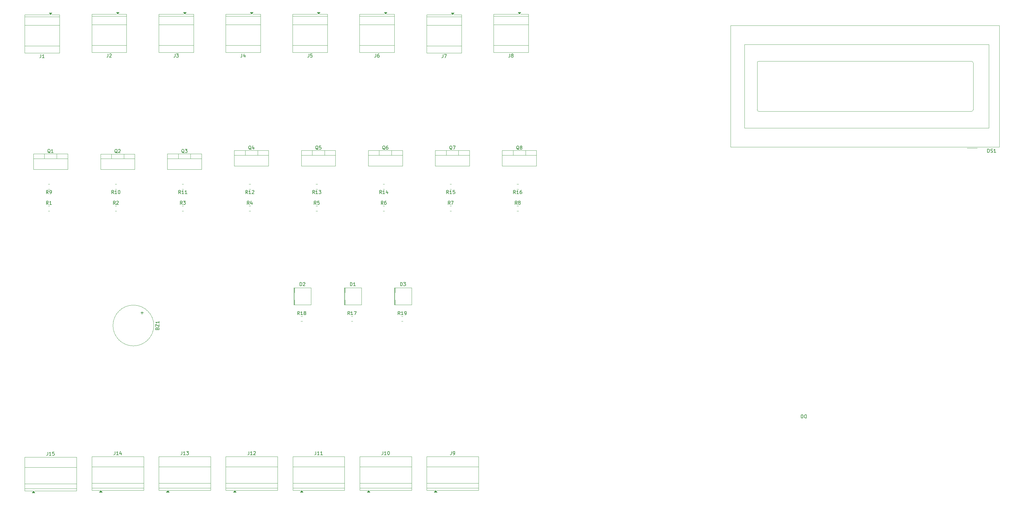
<source format=gbr>
%TF.GenerationSoftware,KiCad,Pcbnew,9.0.7*%
%TF.CreationDate,2026-01-24T11:24:44+03:00*%
%TF.ProjectId,greywater-fed hydroponic system,67726579-7761-4746-9572-2d6665642068,rev?*%
%TF.SameCoordinates,Original*%
%TF.FileFunction,Legend,Top*%
%TF.FilePolarity,Positive*%
%FSLAX46Y46*%
G04 Gerber Fmt 4.6, Leading zero omitted, Abs format (unit mm)*
G04 Created by KiCad (PCBNEW 9.0.7) date 2026-01-24 11:24:44*
%MOMM*%
%LPD*%
G01*
G04 APERTURE LIST*
%ADD10C,0.150000*%
%ADD11C,0.120000*%
G04 APERTURE END LIST*
D10*
X108881009Y-146880952D02*
X108928628Y-146738095D01*
X108928628Y-146738095D02*
X108976247Y-146690476D01*
X108976247Y-146690476D02*
X109071485Y-146642857D01*
X109071485Y-146642857D02*
X109214342Y-146642857D01*
X109214342Y-146642857D02*
X109309580Y-146690476D01*
X109309580Y-146690476D02*
X109357200Y-146738095D01*
X109357200Y-146738095D02*
X109404819Y-146833333D01*
X109404819Y-146833333D02*
X109404819Y-147214285D01*
X109404819Y-147214285D02*
X108404819Y-147214285D01*
X108404819Y-147214285D02*
X108404819Y-146880952D01*
X108404819Y-146880952D02*
X108452438Y-146785714D01*
X108452438Y-146785714D02*
X108500057Y-146738095D01*
X108500057Y-146738095D02*
X108595295Y-146690476D01*
X108595295Y-146690476D02*
X108690533Y-146690476D01*
X108690533Y-146690476D02*
X108785771Y-146738095D01*
X108785771Y-146738095D02*
X108833390Y-146785714D01*
X108833390Y-146785714D02*
X108881009Y-146880952D01*
X108881009Y-146880952D02*
X108881009Y-147214285D01*
X108404819Y-146309523D02*
X108404819Y-145642857D01*
X108404819Y-145642857D02*
X109404819Y-146309523D01*
X109404819Y-146309523D02*
X109404819Y-145642857D01*
X109404819Y-144738095D02*
X109404819Y-145309523D01*
X109404819Y-145023809D02*
X108404819Y-145023809D01*
X108404819Y-145023809D02*
X108547676Y-145119047D01*
X108547676Y-145119047D02*
X108642914Y-145214285D01*
X108642914Y-145214285D02*
X108690533Y-145309523D01*
X104363866Y-142570951D02*
X104363866Y-141809047D01*
X104744819Y-142189999D02*
X103982914Y-142189999D01*
X135857142Y-106604819D02*
X135523809Y-106128628D01*
X135285714Y-106604819D02*
X135285714Y-105604819D01*
X135285714Y-105604819D02*
X135666666Y-105604819D01*
X135666666Y-105604819D02*
X135761904Y-105652438D01*
X135761904Y-105652438D02*
X135809523Y-105700057D01*
X135809523Y-105700057D02*
X135857142Y-105795295D01*
X135857142Y-105795295D02*
X135857142Y-105938152D01*
X135857142Y-105938152D02*
X135809523Y-106033390D01*
X135809523Y-106033390D02*
X135761904Y-106081009D01*
X135761904Y-106081009D02*
X135666666Y-106128628D01*
X135666666Y-106128628D02*
X135285714Y-106128628D01*
X136809523Y-106604819D02*
X136238095Y-106604819D01*
X136523809Y-106604819D02*
X136523809Y-105604819D01*
X136523809Y-105604819D02*
X136428571Y-105747676D01*
X136428571Y-105747676D02*
X136333333Y-105842914D01*
X136333333Y-105842914D02*
X136238095Y-105890533D01*
X137190476Y-105700057D02*
X137238095Y-105652438D01*
X137238095Y-105652438D02*
X137333333Y-105604819D01*
X137333333Y-105604819D02*
X137571428Y-105604819D01*
X137571428Y-105604819D02*
X137666666Y-105652438D01*
X137666666Y-105652438D02*
X137714285Y-105700057D01*
X137714285Y-105700057D02*
X137761904Y-105795295D01*
X137761904Y-105795295D02*
X137761904Y-105890533D01*
X137761904Y-105890533D02*
X137714285Y-106033390D01*
X137714285Y-106033390D02*
X137142857Y-106604819D01*
X137142857Y-106604819D02*
X137761904Y-106604819D01*
X151357142Y-142804819D02*
X151023809Y-142328628D01*
X150785714Y-142804819D02*
X150785714Y-141804819D01*
X150785714Y-141804819D02*
X151166666Y-141804819D01*
X151166666Y-141804819D02*
X151261904Y-141852438D01*
X151261904Y-141852438D02*
X151309523Y-141900057D01*
X151309523Y-141900057D02*
X151357142Y-141995295D01*
X151357142Y-141995295D02*
X151357142Y-142138152D01*
X151357142Y-142138152D02*
X151309523Y-142233390D01*
X151309523Y-142233390D02*
X151261904Y-142281009D01*
X151261904Y-142281009D02*
X151166666Y-142328628D01*
X151166666Y-142328628D02*
X150785714Y-142328628D01*
X152309523Y-142804819D02*
X151738095Y-142804819D01*
X152023809Y-142804819D02*
X152023809Y-141804819D01*
X152023809Y-141804819D02*
X151928571Y-141947676D01*
X151928571Y-141947676D02*
X151833333Y-142042914D01*
X151833333Y-142042914D02*
X151738095Y-142090533D01*
X152880952Y-142233390D02*
X152785714Y-142185771D01*
X152785714Y-142185771D02*
X152738095Y-142138152D01*
X152738095Y-142138152D02*
X152690476Y-142042914D01*
X152690476Y-142042914D02*
X152690476Y-141995295D01*
X152690476Y-141995295D02*
X152738095Y-141900057D01*
X152738095Y-141900057D02*
X152785714Y-141852438D01*
X152785714Y-141852438D02*
X152880952Y-141804819D01*
X152880952Y-141804819D02*
X153071428Y-141804819D01*
X153071428Y-141804819D02*
X153166666Y-141852438D01*
X153166666Y-141852438D02*
X153214285Y-141900057D01*
X153214285Y-141900057D02*
X153261904Y-141995295D01*
X153261904Y-141995295D02*
X153261904Y-142042914D01*
X153261904Y-142042914D02*
X153214285Y-142138152D01*
X153214285Y-142138152D02*
X153166666Y-142185771D01*
X153166666Y-142185771D02*
X153071428Y-142233390D01*
X153071428Y-142233390D02*
X152880952Y-142233390D01*
X152880952Y-142233390D02*
X152785714Y-142281009D01*
X152785714Y-142281009D02*
X152738095Y-142328628D01*
X152738095Y-142328628D02*
X152690476Y-142423866D01*
X152690476Y-142423866D02*
X152690476Y-142614342D01*
X152690476Y-142614342D02*
X152738095Y-142709580D01*
X152738095Y-142709580D02*
X152785714Y-142757200D01*
X152785714Y-142757200D02*
X152880952Y-142804819D01*
X152880952Y-142804819D02*
X153071428Y-142804819D01*
X153071428Y-142804819D02*
X153166666Y-142757200D01*
X153166666Y-142757200D02*
X153214285Y-142709580D01*
X153214285Y-142709580D02*
X153261904Y-142614342D01*
X153261904Y-142614342D02*
X153261904Y-142423866D01*
X153261904Y-142423866D02*
X153214285Y-142328628D01*
X153214285Y-142328628D02*
X153166666Y-142281009D01*
X153166666Y-142281009D02*
X153071428Y-142233390D01*
X76185476Y-183807319D02*
X76185476Y-184521604D01*
X76185476Y-184521604D02*
X76137857Y-184664461D01*
X76137857Y-184664461D02*
X76042619Y-184759700D01*
X76042619Y-184759700D02*
X75899762Y-184807319D01*
X75899762Y-184807319D02*
X75804524Y-184807319D01*
X77185476Y-184807319D02*
X76614048Y-184807319D01*
X76899762Y-184807319D02*
X76899762Y-183807319D01*
X76899762Y-183807319D02*
X76804524Y-183950176D01*
X76804524Y-183950176D02*
X76709286Y-184045414D01*
X76709286Y-184045414D02*
X76614048Y-184093033D01*
X78090238Y-183807319D02*
X77614048Y-183807319D01*
X77614048Y-183807319D02*
X77566429Y-184283509D01*
X77566429Y-184283509D02*
X77614048Y-184235890D01*
X77614048Y-184235890D02*
X77709286Y-184188271D01*
X77709286Y-184188271D02*
X77947381Y-184188271D01*
X77947381Y-184188271D02*
X78042619Y-184235890D01*
X78042619Y-184235890D02*
X78090238Y-184283509D01*
X78090238Y-184283509D02*
X78137857Y-184378747D01*
X78137857Y-184378747D02*
X78137857Y-184616842D01*
X78137857Y-184616842D02*
X78090238Y-184712080D01*
X78090238Y-184712080D02*
X78042619Y-184759700D01*
X78042619Y-184759700D02*
X77947381Y-184807319D01*
X77947381Y-184807319D02*
X77709286Y-184807319D01*
X77709286Y-184807319D02*
X77614048Y-184759700D01*
X77614048Y-184759700D02*
X77566429Y-184712080D01*
X175857142Y-106604819D02*
X175523809Y-106128628D01*
X175285714Y-106604819D02*
X175285714Y-105604819D01*
X175285714Y-105604819D02*
X175666666Y-105604819D01*
X175666666Y-105604819D02*
X175761904Y-105652438D01*
X175761904Y-105652438D02*
X175809523Y-105700057D01*
X175809523Y-105700057D02*
X175857142Y-105795295D01*
X175857142Y-105795295D02*
X175857142Y-105938152D01*
X175857142Y-105938152D02*
X175809523Y-106033390D01*
X175809523Y-106033390D02*
X175761904Y-106081009D01*
X175761904Y-106081009D02*
X175666666Y-106128628D01*
X175666666Y-106128628D02*
X175285714Y-106128628D01*
X176809523Y-106604819D02*
X176238095Y-106604819D01*
X176523809Y-106604819D02*
X176523809Y-105604819D01*
X176523809Y-105604819D02*
X176428571Y-105747676D01*
X176428571Y-105747676D02*
X176333333Y-105842914D01*
X176333333Y-105842914D02*
X176238095Y-105890533D01*
X177666666Y-105938152D02*
X177666666Y-106604819D01*
X177428571Y-105557200D02*
X177190476Y-106271485D01*
X177190476Y-106271485D02*
X177809523Y-106271485D01*
X156270476Y-183634819D02*
X156270476Y-184349104D01*
X156270476Y-184349104D02*
X156222857Y-184491961D01*
X156222857Y-184491961D02*
X156127619Y-184587200D01*
X156127619Y-184587200D02*
X155984762Y-184634819D01*
X155984762Y-184634819D02*
X155889524Y-184634819D01*
X157270476Y-184634819D02*
X156699048Y-184634819D01*
X156984762Y-184634819D02*
X156984762Y-183634819D01*
X156984762Y-183634819D02*
X156889524Y-183777676D01*
X156889524Y-183777676D02*
X156794286Y-183872914D01*
X156794286Y-183872914D02*
X156699048Y-183920533D01*
X158222857Y-184634819D02*
X157651429Y-184634819D01*
X157937143Y-184634819D02*
X157937143Y-183634819D01*
X157937143Y-183634819D02*
X157841905Y-183777676D01*
X157841905Y-183777676D02*
X157746667Y-183872914D01*
X157746667Y-183872914D02*
X157651429Y-183920533D01*
X151491905Y-134144819D02*
X151491905Y-133144819D01*
X151491905Y-133144819D02*
X151730000Y-133144819D01*
X151730000Y-133144819D02*
X151872857Y-133192438D01*
X151872857Y-133192438D02*
X151968095Y-133287676D01*
X151968095Y-133287676D02*
X152015714Y-133382914D01*
X152015714Y-133382914D02*
X152063333Y-133573390D01*
X152063333Y-133573390D02*
X152063333Y-133716247D01*
X152063333Y-133716247D02*
X152015714Y-133906723D01*
X152015714Y-133906723D02*
X151968095Y-134001961D01*
X151968095Y-134001961D02*
X151872857Y-134097200D01*
X151872857Y-134097200D02*
X151730000Y-134144819D01*
X151730000Y-134144819D02*
X151491905Y-134144819D01*
X152444286Y-133240057D02*
X152491905Y-133192438D01*
X152491905Y-133192438D02*
X152587143Y-133144819D01*
X152587143Y-133144819D02*
X152825238Y-133144819D01*
X152825238Y-133144819D02*
X152920476Y-133192438D01*
X152920476Y-133192438D02*
X152968095Y-133240057D01*
X152968095Y-133240057D02*
X153015714Y-133335295D01*
X153015714Y-133335295D02*
X153015714Y-133430533D01*
X153015714Y-133430533D02*
X152968095Y-133573390D01*
X152968095Y-133573390D02*
X152396667Y-134144819D01*
X152396667Y-134144819D02*
X153015714Y-134144819D01*
X116270476Y-183634819D02*
X116270476Y-184349104D01*
X116270476Y-184349104D02*
X116222857Y-184491961D01*
X116222857Y-184491961D02*
X116127619Y-184587200D01*
X116127619Y-184587200D02*
X115984762Y-184634819D01*
X115984762Y-184634819D02*
X115889524Y-184634819D01*
X117270476Y-184634819D02*
X116699048Y-184634819D01*
X116984762Y-184634819D02*
X116984762Y-183634819D01*
X116984762Y-183634819D02*
X116889524Y-183777676D01*
X116889524Y-183777676D02*
X116794286Y-183872914D01*
X116794286Y-183872914D02*
X116699048Y-183920533D01*
X117603810Y-183634819D02*
X118222857Y-183634819D01*
X118222857Y-183634819D02*
X117889524Y-184015771D01*
X117889524Y-184015771D02*
X118032381Y-184015771D01*
X118032381Y-184015771D02*
X118127619Y-184063390D01*
X118127619Y-184063390D02*
X118175238Y-184111009D01*
X118175238Y-184111009D02*
X118222857Y-184206247D01*
X118222857Y-184206247D02*
X118222857Y-184444342D01*
X118222857Y-184444342D02*
X118175238Y-184539580D01*
X118175238Y-184539580D02*
X118127619Y-184587200D01*
X118127619Y-184587200D02*
X118032381Y-184634819D01*
X118032381Y-184634819D02*
X117746667Y-184634819D01*
X117746667Y-184634819D02*
X117651429Y-184587200D01*
X117651429Y-184587200D02*
X117603810Y-184539580D01*
X136270476Y-183634819D02*
X136270476Y-184349104D01*
X136270476Y-184349104D02*
X136222857Y-184491961D01*
X136222857Y-184491961D02*
X136127619Y-184587200D01*
X136127619Y-184587200D02*
X135984762Y-184634819D01*
X135984762Y-184634819D02*
X135889524Y-184634819D01*
X137270476Y-184634819D02*
X136699048Y-184634819D01*
X136984762Y-184634819D02*
X136984762Y-183634819D01*
X136984762Y-183634819D02*
X136889524Y-183777676D01*
X136889524Y-183777676D02*
X136794286Y-183872914D01*
X136794286Y-183872914D02*
X136699048Y-183920533D01*
X137651429Y-183730057D02*
X137699048Y-183682438D01*
X137699048Y-183682438D02*
X137794286Y-183634819D01*
X137794286Y-183634819D02*
X138032381Y-183634819D01*
X138032381Y-183634819D02*
X138127619Y-183682438D01*
X138127619Y-183682438D02*
X138175238Y-183730057D01*
X138175238Y-183730057D02*
X138222857Y-183825295D01*
X138222857Y-183825295D02*
X138222857Y-183920533D01*
X138222857Y-183920533D02*
X138175238Y-184063390D01*
X138175238Y-184063390D02*
X137603810Y-184634819D01*
X137603810Y-184634819D02*
X138222857Y-184634819D01*
X74126666Y-64974819D02*
X74126666Y-65689104D01*
X74126666Y-65689104D02*
X74079047Y-65831961D01*
X74079047Y-65831961D02*
X73983809Y-65927200D01*
X73983809Y-65927200D02*
X73840952Y-65974819D01*
X73840952Y-65974819D02*
X73745714Y-65974819D01*
X75126666Y-65974819D02*
X74555238Y-65974819D01*
X74840952Y-65974819D02*
X74840952Y-64974819D01*
X74840952Y-64974819D02*
X74745714Y-65117676D01*
X74745714Y-65117676D02*
X74650476Y-65212914D01*
X74650476Y-65212914D02*
X74555238Y-65260533D01*
X95857142Y-106604819D02*
X95523809Y-106128628D01*
X95285714Y-106604819D02*
X95285714Y-105604819D01*
X95285714Y-105604819D02*
X95666666Y-105604819D01*
X95666666Y-105604819D02*
X95761904Y-105652438D01*
X95761904Y-105652438D02*
X95809523Y-105700057D01*
X95809523Y-105700057D02*
X95857142Y-105795295D01*
X95857142Y-105795295D02*
X95857142Y-105938152D01*
X95857142Y-105938152D02*
X95809523Y-106033390D01*
X95809523Y-106033390D02*
X95761904Y-106081009D01*
X95761904Y-106081009D02*
X95666666Y-106128628D01*
X95666666Y-106128628D02*
X95285714Y-106128628D01*
X96809523Y-106604819D02*
X96238095Y-106604819D01*
X96523809Y-106604819D02*
X96523809Y-105604819D01*
X96523809Y-105604819D02*
X96428571Y-105747676D01*
X96428571Y-105747676D02*
X96333333Y-105842914D01*
X96333333Y-105842914D02*
X96238095Y-105890533D01*
X97428571Y-105604819D02*
X97523809Y-105604819D01*
X97523809Y-105604819D02*
X97619047Y-105652438D01*
X97619047Y-105652438D02*
X97666666Y-105700057D01*
X97666666Y-105700057D02*
X97714285Y-105795295D01*
X97714285Y-105795295D02*
X97761904Y-105985771D01*
X97761904Y-105985771D02*
X97761904Y-106223866D01*
X97761904Y-106223866D02*
X97714285Y-106414342D01*
X97714285Y-106414342D02*
X97666666Y-106509580D01*
X97666666Y-106509580D02*
X97619047Y-106557200D01*
X97619047Y-106557200D02*
X97523809Y-106604819D01*
X97523809Y-106604819D02*
X97428571Y-106604819D01*
X97428571Y-106604819D02*
X97333333Y-106557200D01*
X97333333Y-106557200D02*
X97285714Y-106509580D01*
X97285714Y-106509580D02*
X97238095Y-106414342D01*
X97238095Y-106414342D02*
X97190476Y-106223866D01*
X97190476Y-106223866D02*
X97190476Y-105985771D01*
X97190476Y-105985771D02*
X97238095Y-105795295D01*
X97238095Y-105795295D02*
X97285714Y-105700057D01*
X97285714Y-105700057D02*
X97333333Y-105652438D01*
X97333333Y-105652438D02*
X97428571Y-105604819D01*
X76904761Y-94400057D02*
X76809523Y-94352438D01*
X76809523Y-94352438D02*
X76714285Y-94257200D01*
X76714285Y-94257200D02*
X76571428Y-94114342D01*
X76571428Y-94114342D02*
X76476190Y-94066723D01*
X76476190Y-94066723D02*
X76380952Y-94066723D01*
X76428571Y-94304819D02*
X76333333Y-94257200D01*
X76333333Y-94257200D02*
X76238095Y-94161961D01*
X76238095Y-94161961D02*
X76190476Y-93971485D01*
X76190476Y-93971485D02*
X76190476Y-93638152D01*
X76190476Y-93638152D02*
X76238095Y-93447676D01*
X76238095Y-93447676D02*
X76333333Y-93352438D01*
X76333333Y-93352438D02*
X76428571Y-93304819D01*
X76428571Y-93304819D02*
X76619047Y-93304819D01*
X76619047Y-93304819D02*
X76714285Y-93352438D01*
X76714285Y-93352438D02*
X76809523Y-93447676D01*
X76809523Y-93447676D02*
X76857142Y-93638152D01*
X76857142Y-93638152D02*
X76857142Y-93971485D01*
X76857142Y-93971485D02*
X76809523Y-94161961D01*
X76809523Y-94161961D02*
X76714285Y-94257200D01*
X76714285Y-94257200D02*
X76619047Y-94304819D01*
X76619047Y-94304819D02*
X76428571Y-94304819D01*
X77809523Y-94304819D02*
X77238095Y-94304819D01*
X77523809Y-94304819D02*
X77523809Y-93304819D01*
X77523809Y-93304819D02*
X77428571Y-93447676D01*
X77428571Y-93447676D02*
X77333333Y-93542914D01*
X77333333Y-93542914D02*
X77238095Y-93590533D01*
X166531905Y-134144819D02*
X166531905Y-133144819D01*
X166531905Y-133144819D02*
X166770000Y-133144819D01*
X166770000Y-133144819D02*
X166912857Y-133192438D01*
X166912857Y-133192438D02*
X167008095Y-133287676D01*
X167008095Y-133287676D02*
X167055714Y-133382914D01*
X167055714Y-133382914D02*
X167103333Y-133573390D01*
X167103333Y-133573390D02*
X167103333Y-133716247D01*
X167103333Y-133716247D02*
X167055714Y-133906723D01*
X167055714Y-133906723D02*
X167008095Y-134001961D01*
X167008095Y-134001961D02*
X166912857Y-134097200D01*
X166912857Y-134097200D02*
X166770000Y-134144819D01*
X166770000Y-134144819D02*
X166531905Y-134144819D01*
X168055714Y-134144819D02*
X167484286Y-134144819D01*
X167770000Y-134144819D02*
X167770000Y-133144819D01*
X167770000Y-133144819D02*
X167674762Y-133287676D01*
X167674762Y-133287676D02*
X167579524Y-133382914D01*
X167579524Y-133382914D02*
X167484286Y-133430533D01*
X196904761Y-93400057D02*
X196809523Y-93352438D01*
X196809523Y-93352438D02*
X196714285Y-93257200D01*
X196714285Y-93257200D02*
X196571428Y-93114342D01*
X196571428Y-93114342D02*
X196476190Y-93066723D01*
X196476190Y-93066723D02*
X196380952Y-93066723D01*
X196428571Y-93304819D02*
X196333333Y-93257200D01*
X196333333Y-93257200D02*
X196238095Y-93161961D01*
X196238095Y-93161961D02*
X196190476Y-92971485D01*
X196190476Y-92971485D02*
X196190476Y-92638152D01*
X196190476Y-92638152D02*
X196238095Y-92447676D01*
X196238095Y-92447676D02*
X196333333Y-92352438D01*
X196333333Y-92352438D02*
X196428571Y-92304819D01*
X196428571Y-92304819D02*
X196619047Y-92304819D01*
X196619047Y-92304819D02*
X196714285Y-92352438D01*
X196714285Y-92352438D02*
X196809523Y-92447676D01*
X196809523Y-92447676D02*
X196857142Y-92638152D01*
X196857142Y-92638152D02*
X196857142Y-92971485D01*
X196857142Y-92971485D02*
X196809523Y-93161961D01*
X196809523Y-93161961D02*
X196714285Y-93257200D01*
X196714285Y-93257200D02*
X196619047Y-93304819D01*
X196619047Y-93304819D02*
X196428571Y-93304819D01*
X197190476Y-92304819D02*
X197857142Y-92304819D01*
X197857142Y-92304819D02*
X197428571Y-93304819D01*
X156904761Y-93400057D02*
X156809523Y-93352438D01*
X156809523Y-93352438D02*
X156714285Y-93257200D01*
X156714285Y-93257200D02*
X156571428Y-93114342D01*
X156571428Y-93114342D02*
X156476190Y-93066723D01*
X156476190Y-93066723D02*
X156380952Y-93066723D01*
X156428571Y-93304819D02*
X156333333Y-93257200D01*
X156333333Y-93257200D02*
X156238095Y-93161961D01*
X156238095Y-93161961D02*
X156190476Y-92971485D01*
X156190476Y-92971485D02*
X156190476Y-92638152D01*
X156190476Y-92638152D02*
X156238095Y-92447676D01*
X156238095Y-92447676D02*
X156333333Y-92352438D01*
X156333333Y-92352438D02*
X156428571Y-92304819D01*
X156428571Y-92304819D02*
X156619047Y-92304819D01*
X156619047Y-92304819D02*
X156714285Y-92352438D01*
X156714285Y-92352438D02*
X156809523Y-92447676D01*
X156809523Y-92447676D02*
X156857142Y-92638152D01*
X156857142Y-92638152D02*
X156857142Y-92971485D01*
X156857142Y-92971485D02*
X156809523Y-93161961D01*
X156809523Y-93161961D02*
X156714285Y-93257200D01*
X156714285Y-93257200D02*
X156619047Y-93304819D01*
X156619047Y-93304819D02*
X156428571Y-93304819D01*
X157761904Y-92304819D02*
X157285714Y-92304819D01*
X157285714Y-92304819D02*
X157238095Y-92781009D01*
X157238095Y-92781009D02*
X157285714Y-92733390D01*
X157285714Y-92733390D02*
X157380952Y-92685771D01*
X157380952Y-92685771D02*
X157619047Y-92685771D01*
X157619047Y-92685771D02*
X157714285Y-92733390D01*
X157714285Y-92733390D02*
X157761904Y-92781009D01*
X157761904Y-92781009D02*
X157809523Y-92876247D01*
X157809523Y-92876247D02*
X157809523Y-93114342D01*
X157809523Y-93114342D02*
X157761904Y-93209580D01*
X157761904Y-93209580D02*
X157714285Y-93257200D01*
X157714285Y-93257200D02*
X157619047Y-93304819D01*
X157619047Y-93304819D02*
X157380952Y-93304819D01*
X157380952Y-93304819D02*
X157285714Y-93257200D01*
X157285714Y-93257200D02*
X157238095Y-93209580D01*
X176904761Y-93400057D02*
X176809523Y-93352438D01*
X176809523Y-93352438D02*
X176714285Y-93257200D01*
X176714285Y-93257200D02*
X176571428Y-93114342D01*
X176571428Y-93114342D02*
X176476190Y-93066723D01*
X176476190Y-93066723D02*
X176380952Y-93066723D01*
X176428571Y-93304819D02*
X176333333Y-93257200D01*
X176333333Y-93257200D02*
X176238095Y-93161961D01*
X176238095Y-93161961D02*
X176190476Y-92971485D01*
X176190476Y-92971485D02*
X176190476Y-92638152D01*
X176190476Y-92638152D02*
X176238095Y-92447676D01*
X176238095Y-92447676D02*
X176333333Y-92352438D01*
X176333333Y-92352438D02*
X176428571Y-92304819D01*
X176428571Y-92304819D02*
X176619047Y-92304819D01*
X176619047Y-92304819D02*
X176714285Y-92352438D01*
X176714285Y-92352438D02*
X176809523Y-92447676D01*
X176809523Y-92447676D02*
X176857142Y-92638152D01*
X176857142Y-92638152D02*
X176857142Y-92971485D01*
X176857142Y-92971485D02*
X176809523Y-93161961D01*
X176809523Y-93161961D02*
X176714285Y-93257200D01*
X176714285Y-93257200D02*
X176619047Y-93304819D01*
X176619047Y-93304819D02*
X176428571Y-93304819D01*
X177714285Y-92304819D02*
X177523809Y-92304819D01*
X177523809Y-92304819D02*
X177428571Y-92352438D01*
X177428571Y-92352438D02*
X177380952Y-92400057D01*
X177380952Y-92400057D02*
X177285714Y-92542914D01*
X177285714Y-92542914D02*
X177238095Y-92733390D01*
X177238095Y-92733390D02*
X177238095Y-93114342D01*
X177238095Y-93114342D02*
X177285714Y-93209580D01*
X177285714Y-93209580D02*
X177333333Y-93257200D01*
X177333333Y-93257200D02*
X177428571Y-93304819D01*
X177428571Y-93304819D02*
X177619047Y-93304819D01*
X177619047Y-93304819D02*
X177714285Y-93257200D01*
X177714285Y-93257200D02*
X177761904Y-93209580D01*
X177761904Y-93209580D02*
X177809523Y-93114342D01*
X177809523Y-93114342D02*
X177809523Y-92876247D01*
X177809523Y-92876247D02*
X177761904Y-92781009D01*
X177761904Y-92781009D02*
X177714285Y-92733390D01*
X177714285Y-92733390D02*
X177619047Y-92685771D01*
X177619047Y-92685771D02*
X177428571Y-92685771D01*
X177428571Y-92685771D02*
X177333333Y-92733390D01*
X177333333Y-92733390D02*
X177285714Y-92781009D01*
X177285714Y-92781009D02*
X177238095Y-92876247D01*
X114206666Y-64807319D02*
X114206666Y-65521604D01*
X114206666Y-65521604D02*
X114159047Y-65664461D01*
X114159047Y-65664461D02*
X114063809Y-65759700D01*
X114063809Y-65759700D02*
X113920952Y-65807319D01*
X113920952Y-65807319D02*
X113825714Y-65807319D01*
X114587619Y-64807319D02*
X115206666Y-64807319D01*
X115206666Y-64807319D02*
X114873333Y-65188271D01*
X114873333Y-65188271D02*
X115016190Y-65188271D01*
X115016190Y-65188271D02*
X115111428Y-65235890D01*
X115111428Y-65235890D02*
X115159047Y-65283509D01*
X115159047Y-65283509D02*
X115206666Y-65378747D01*
X115206666Y-65378747D02*
X115206666Y-65616842D01*
X115206666Y-65616842D02*
X115159047Y-65712080D01*
X115159047Y-65712080D02*
X115111428Y-65759700D01*
X115111428Y-65759700D02*
X115016190Y-65807319D01*
X115016190Y-65807319D02*
X114730476Y-65807319D01*
X114730476Y-65807319D02*
X114635238Y-65759700D01*
X114635238Y-65759700D02*
X114587619Y-65712080D01*
X96944761Y-94450057D02*
X96849523Y-94402438D01*
X96849523Y-94402438D02*
X96754285Y-94307200D01*
X96754285Y-94307200D02*
X96611428Y-94164342D01*
X96611428Y-94164342D02*
X96516190Y-94116723D01*
X96516190Y-94116723D02*
X96420952Y-94116723D01*
X96468571Y-94354819D02*
X96373333Y-94307200D01*
X96373333Y-94307200D02*
X96278095Y-94211961D01*
X96278095Y-94211961D02*
X96230476Y-94021485D01*
X96230476Y-94021485D02*
X96230476Y-93688152D01*
X96230476Y-93688152D02*
X96278095Y-93497676D01*
X96278095Y-93497676D02*
X96373333Y-93402438D01*
X96373333Y-93402438D02*
X96468571Y-93354819D01*
X96468571Y-93354819D02*
X96659047Y-93354819D01*
X96659047Y-93354819D02*
X96754285Y-93402438D01*
X96754285Y-93402438D02*
X96849523Y-93497676D01*
X96849523Y-93497676D02*
X96897142Y-93688152D01*
X96897142Y-93688152D02*
X96897142Y-94021485D01*
X96897142Y-94021485D02*
X96849523Y-94211961D01*
X96849523Y-94211961D02*
X96754285Y-94307200D01*
X96754285Y-94307200D02*
X96659047Y-94354819D01*
X96659047Y-94354819D02*
X96468571Y-94354819D01*
X97278095Y-93450057D02*
X97325714Y-93402438D01*
X97325714Y-93402438D02*
X97420952Y-93354819D01*
X97420952Y-93354819D02*
X97659047Y-93354819D01*
X97659047Y-93354819D02*
X97754285Y-93402438D01*
X97754285Y-93402438D02*
X97801904Y-93450057D01*
X97801904Y-93450057D02*
X97849523Y-93545295D01*
X97849523Y-93545295D02*
X97849523Y-93640533D01*
X97849523Y-93640533D02*
X97801904Y-93783390D01*
X97801904Y-93783390D02*
X97230476Y-94354819D01*
X97230476Y-94354819D02*
X97849523Y-94354819D01*
X181357142Y-142804819D02*
X181023809Y-142328628D01*
X180785714Y-142804819D02*
X180785714Y-141804819D01*
X180785714Y-141804819D02*
X181166666Y-141804819D01*
X181166666Y-141804819D02*
X181261904Y-141852438D01*
X181261904Y-141852438D02*
X181309523Y-141900057D01*
X181309523Y-141900057D02*
X181357142Y-141995295D01*
X181357142Y-141995295D02*
X181357142Y-142138152D01*
X181357142Y-142138152D02*
X181309523Y-142233390D01*
X181309523Y-142233390D02*
X181261904Y-142281009D01*
X181261904Y-142281009D02*
X181166666Y-142328628D01*
X181166666Y-142328628D02*
X180785714Y-142328628D01*
X182309523Y-142804819D02*
X181738095Y-142804819D01*
X182023809Y-142804819D02*
X182023809Y-141804819D01*
X182023809Y-141804819D02*
X181928571Y-141947676D01*
X181928571Y-141947676D02*
X181833333Y-142042914D01*
X181833333Y-142042914D02*
X181738095Y-142090533D01*
X182785714Y-142804819D02*
X182976190Y-142804819D01*
X182976190Y-142804819D02*
X183071428Y-142757200D01*
X183071428Y-142757200D02*
X183119047Y-142709580D01*
X183119047Y-142709580D02*
X183214285Y-142566723D01*
X183214285Y-142566723D02*
X183261904Y-142376247D01*
X183261904Y-142376247D02*
X183261904Y-141995295D01*
X183261904Y-141995295D02*
X183214285Y-141900057D01*
X183214285Y-141900057D02*
X183166666Y-141852438D01*
X183166666Y-141852438D02*
X183071428Y-141804819D01*
X183071428Y-141804819D02*
X182880952Y-141804819D01*
X182880952Y-141804819D02*
X182785714Y-141852438D01*
X182785714Y-141852438D02*
X182738095Y-141900057D01*
X182738095Y-141900057D02*
X182690476Y-141995295D01*
X182690476Y-141995295D02*
X182690476Y-142233390D01*
X182690476Y-142233390D02*
X182738095Y-142328628D01*
X182738095Y-142328628D02*
X182785714Y-142376247D01*
X182785714Y-142376247D02*
X182880952Y-142423866D01*
X182880952Y-142423866D02*
X183071428Y-142423866D01*
X183071428Y-142423866D02*
X183166666Y-142376247D01*
X183166666Y-142376247D02*
X183214285Y-142328628D01*
X183214285Y-142328628D02*
X183261904Y-142233390D01*
X116333333Y-109804819D02*
X116000000Y-109328628D01*
X115761905Y-109804819D02*
X115761905Y-108804819D01*
X115761905Y-108804819D02*
X116142857Y-108804819D01*
X116142857Y-108804819D02*
X116238095Y-108852438D01*
X116238095Y-108852438D02*
X116285714Y-108900057D01*
X116285714Y-108900057D02*
X116333333Y-108995295D01*
X116333333Y-108995295D02*
X116333333Y-109138152D01*
X116333333Y-109138152D02*
X116285714Y-109233390D01*
X116285714Y-109233390D02*
X116238095Y-109281009D01*
X116238095Y-109281009D02*
X116142857Y-109328628D01*
X116142857Y-109328628D02*
X115761905Y-109328628D01*
X116666667Y-108804819D02*
X117285714Y-108804819D01*
X117285714Y-108804819D02*
X116952381Y-109185771D01*
X116952381Y-109185771D02*
X117095238Y-109185771D01*
X117095238Y-109185771D02*
X117190476Y-109233390D01*
X117190476Y-109233390D02*
X117238095Y-109281009D01*
X117238095Y-109281009D02*
X117285714Y-109376247D01*
X117285714Y-109376247D02*
X117285714Y-109614342D01*
X117285714Y-109614342D02*
X117238095Y-109709580D01*
X117238095Y-109709580D02*
X117190476Y-109757200D01*
X117190476Y-109757200D02*
X117095238Y-109804819D01*
X117095238Y-109804819D02*
X116809524Y-109804819D01*
X116809524Y-109804819D02*
X116714286Y-109757200D01*
X116714286Y-109757200D02*
X116666667Y-109709580D01*
X196746666Y-183634819D02*
X196746666Y-184349104D01*
X196746666Y-184349104D02*
X196699047Y-184491961D01*
X196699047Y-184491961D02*
X196603809Y-184587200D01*
X196603809Y-184587200D02*
X196460952Y-184634819D01*
X196460952Y-184634819D02*
X196365714Y-184634819D01*
X197270476Y-184634819D02*
X197460952Y-184634819D01*
X197460952Y-184634819D02*
X197556190Y-184587200D01*
X197556190Y-184587200D02*
X197603809Y-184539580D01*
X197603809Y-184539580D02*
X197699047Y-184396723D01*
X197699047Y-184396723D02*
X197746666Y-184206247D01*
X197746666Y-184206247D02*
X197746666Y-183825295D01*
X197746666Y-183825295D02*
X197699047Y-183730057D01*
X197699047Y-183730057D02*
X197651428Y-183682438D01*
X197651428Y-183682438D02*
X197556190Y-183634819D01*
X197556190Y-183634819D02*
X197365714Y-183634819D01*
X197365714Y-183634819D02*
X197270476Y-183682438D01*
X197270476Y-183682438D02*
X197222857Y-183730057D01*
X197222857Y-183730057D02*
X197175238Y-183825295D01*
X197175238Y-183825295D02*
X197175238Y-184063390D01*
X197175238Y-184063390D02*
X197222857Y-184158628D01*
X197222857Y-184158628D02*
X197270476Y-184206247D01*
X197270476Y-184206247D02*
X197365714Y-184253866D01*
X197365714Y-184253866D02*
X197556190Y-184253866D01*
X197556190Y-184253866D02*
X197651428Y-184206247D01*
X197651428Y-184206247D02*
X197699047Y-184158628D01*
X197699047Y-184158628D02*
X197746666Y-184063390D01*
X76333333Y-109804819D02*
X76000000Y-109328628D01*
X75761905Y-109804819D02*
X75761905Y-108804819D01*
X75761905Y-108804819D02*
X76142857Y-108804819D01*
X76142857Y-108804819D02*
X76238095Y-108852438D01*
X76238095Y-108852438D02*
X76285714Y-108900057D01*
X76285714Y-108900057D02*
X76333333Y-108995295D01*
X76333333Y-108995295D02*
X76333333Y-109138152D01*
X76333333Y-109138152D02*
X76285714Y-109233390D01*
X76285714Y-109233390D02*
X76238095Y-109281009D01*
X76238095Y-109281009D02*
X76142857Y-109328628D01*
X76142857Y-109328628D02*
X75761905Y-109328628D01*
X77285714Y-109804819D02*
X76714286Y-109804819D01*
X77000000Y-109804819D02*
X77000000Y-108804819D01*
X77000000Y-108804819D02*
X76904762Y-108947676D01*
X76904762Y-108947676D02*
X76809524Y-109042914D01*
X76809524Y-109042914D02*
X76714286Y-109090533D01*
X181511905Y-134144819D02*
X181511905Y-133144819D01*
X181511905Y-133144819D02*
X181750000Y-133144819D01*
X181750000Y-133144819D02*
X181892857Y-133192438D01*
X181892857Y-133192438D02*
X181988095Y-133287676D01*
X181988095Y-133287676D02*
X182035714Y-133382914D01*
X182035714Y-133382914D02*
X182083333Y-133573390D01*
X182083333Y-133573390D02*
X182083333Y-133716247D01*
X182083333Y-133716247D02*
X182035714Y-133906723D01*
X182035714Y-133906723D02*
X181988095Y-134001961D01*
X181988095Y-134001961D02*
X181892857Y-134097200D01*
X181892857Y-134097200D02*
X181750000Y-134144819D01*
X181750000Y-134144819D02*
X181511905Y-134144819D01*
X182416667Y-133144819D02*
X183035714Y-133144819D01*
X183035714Y-133144819D02*
X182702381Y-133525771D01*
X182702381Y-133525771D02*
X182845238Y-133525771D01*
X182845238Y-133525771D02*
X182940476Y-133573390D01*
X182940476Y-133573390D02*
X182988095Y-133621009D01*
X182988095Y-133621009D02*
X183035714Y-133716247D01*
X183035714Y-133716247D02*
X183035714Y-133954342D01*
X183035714Y-133954342D02*
X182988095Y-134049580D01*
X182988095Y-134049580D02*
X182940476Y-134097200D01*
X182940476Y-134097200D02*
X182845238Y-134144819D01*
X182845238Y-134144819D02*
X182559524Y-134144819D01*
X182559524Y-134144819D02*
X182464286Y-134097200D01*
X182464286Y-134097200D02*
X182416667Y-134049580D01*
X134171666Y-64807319D02*
X134171666Y-65521604D01*
X134171666Y-65521604D02*
X134124047Y-65664461D01*
X134124047Y-65664461D02*
X134028809Y-65759700D01*
X134028809Y-65759700D02*
X133885952Y-65807319D01*
X133885952Y-65807319D02*
X133790714Y-65807319D01*
X135076428Y-65140652D02*
X135076428Y-65807319D01*
X134838333Y-64759700D02*
X134600238Y-65473985D01*
X134600238Y-65473985D02*
X135219285Y-65473985D01*
X94171666Y-64807319D02*
X94171666Y-65521604D01*
X94171666Y-65521604D02*
X94124047Y-65664461D01*
X94124047Y-65664461D02*
X94028809Y-65759700D01*
X94028809Y-65759700D02*
X93885952Y-65807319D01*
X93885952Y-65807319D02*
X93790714Y-65807319D01*
X94600238Y-64902557D02*
X94647857Y-64854938D01*
X94647857Y-64854938D02*
X94743095Y-64807319D01*
X94743095Y-64807319D02*
X94981190Y-64807319D01*
X94981190Y-64807319D02*
X95076428Y-64854938D01*
X95076428Y-64854938D02*
X95124047Y-64902557D01*
X95124047Y-64902557D02*
X95171666Y-64997795D01*
X95171666Y-64997795D02*
X95171666Y-65093033D01*
X95171666Y-65093033D02*
X95124047Y-65235890D01*
X95124047Y-65235890D02*
X94552619Y-65807319D01*
X94552619Y-65807319D02*
X95171666Y-65807319D01*
X155857142Y-106604819D02*
X155523809Y-106128628D01*
X155285714Y-106604819D02*
X155285714Y-105604819D01*
X155285714Y-105604819D02*
X155666666Y-105604819D01*
X155666666Y-105604819D02*
X155761904Y-105652438D01*
X155761904Y-105652438D02*
X155809523Y-105700057D01*
X155809523Y-105700057D02*
X155857142Y-105795295D01*
X155857142Y-105795295D02*
X155857142Y-105938152D01*
X155857142Y-105938152D02*
X155809523Y-106033390D01*
X155809523Y-106033390D02*
X155761904Y-106081009D01*
X155761904Y-106081009D02*
X155666666Y-106128628D01*
X155666666Y-106128628D02*
X155285714Y-106128628D01*
X156809523Y-106604819D02*
X156238095Y-106604819D01*
X156523809Y-106604819D02*
X156523809Y-105604819D01*
X156523809Y-105604819D02*
X156428571Y-105747676D01*
X156428571Y-105747676D02*
X156333333Y-105842914D01*
X156333333Y-105842914D02*
X156238095Y-105890533D01*
X157142857Y-105604819D02*
X157761904Y-105604819D01*
X157761904Y-105604819D02*
X157428571Y-105985771D01*
X157428571Y-105985771D02*
X157571428Y-105985771D01*
X157571428Y-105985771D02*
X157666666Y-106033390D01*
X157666666Y-106033390D02*
X157714285Y-106081009D01*
X157714285Y-106081009D02*
X157761904Y-106176247D01*
X157761904Y-106176247D02*
X157761904Y-106414342D01*
X157761904Y-106414342D02*
X157714285Y-106509580D01*
X157714285Y-106509580D02*
X157666666Y-106557200D01*
X157666666Y-106557200D02*
X157571428Y-106604819D01*
X157571428Y-106604819D02*
X157285714Y-106604819D01*
X157285714Y-106604819D02*
X157190476Y-106557200D01*
X157190476Y-106557200D02*
X157142857Y-106509580D01*
X136904761Y-93400057D02*
X136809523Y-93352438D01*
X136809523Y-93352438D02*
X136714285Y-93257200D01*
X136714285Y-93257200D02*
X136571428Y-93114342D01*
X136571428Y-93114342D02*
X136476190Y-93066723D01*
X136476190Y-93066723D02*
X136380952Y-93066723D01*
X136428571Y-93304819D02*
X136333333Y-93257200D01*
X136333333Y-93257200D02*
X136238095Y-93161961D01*
X136238095Y-93161961D02*
X136190476Y-92971485D01*
X136190476Y-92971485D02*
X136190476Y-92638152D01*
X136190476Y-92638152D02*
X136238095Y-92447676D01*
X136238095Y-92447676D02*
X136333333Y-92352438D01*
X136333333Y-92352438D02*
X136428571Y-92304819D01*
X136428571Y-92304819D02*
X136619047Y-92304819D01*
X136619047Y-92304819D02*
X136714285Y-92352438D01*
X136714285Y-92352438D02*
X136809523Y-92447676D01*
X136809523Y-92447676D02*
X136857142Y-92638152D01*
X136857142Y-92638152D02*
X136857142Y-92971485D01*
X136857142Y-92971485D02*
X136809523Y-93161961D01*
X136809523Y-93161961D02*
X136714285Y-93257200D01*
X136714285Y-93257200D02*
X136619047Y-93304819D01*
X136619047Y-93304819D02*
X136428571Y-93304819D01*
X137714285Y-92638152D02*
X137714285Y-93304819D01*
X137476190Y-92257200D02*
X137238095Y-92971485D01*
X137238095Y-92971485D02*
X137857142Y-92971485D01*
X96333333Y-109804819D02*
X96000000Y-109328628D01*
X95761905Y-109804819D02*
X95761905Y-108804819D01*
X95761905Y-108804819D02*
X96142857Y-108804819D01*
X96142857Y-108804819D02*
X96238095Y-108852438D01*
X96238095Y-108852438D02*
X96285714Y-108900057D01*
X96285714Y-108900057D02*
X96333333Y-108995295D01*
X96333333Y-108995295D02*
X96333333Y-109138152D01*
X96333333Y-109138152D02*
X96285714Y-109233390D01*
X96285714Y-109233390D02*
X96238095Y-109281009D01*
X96238095Y-109281009D02*
X96142857Y-109328628D01*
X96142857Y-109328628D02*
X95761905Y-109328628D01*
X96714286Y-108900057D02*
X96761905Y-108852438D01*
X96761905Y-108852438D02*
X96857143Y-108804819D01*
X96857143Y-108804819D02*
X97095238Y-108804819D01*
X97095238Y-108804819D02*
X97190476Y-108852438D01*
X97190476Y-108852438D02*
X97238095Y-108900057D01*
X97238095Y-108900057D02*
X97285714Y-108995295D01*
X97285714Y-108995295D02*
X97285714Y-109090533D01*
X97285714Y-109090533D02*
X97238095Y-109233390D01*
X97238095Y-109233390D02*
X96666667Y-109804819D01*
X96666667Y-109804819D02*
X97285714Y-109804819D01*
X216333333Y-109804819D02*
X216000000Y-109328628D01*
X215761905Y-109804819D02*
X215761905Y-108804819D01*
X215761905Y-108804819D02*
X216142857Y-108804819D01*
X216142857Y-108804819D02*
X216238095Y-108852438D01*
X216238095Y-108852438D02*
X216285714Y-108900057D01*
X216285714Y-108900057D02*
X216333333Y-108995295D01*
X216333333Y-108995295D02*
X216333333Y-109138152D01*
X216333333Y-109138152D02*
X216285714Y-109233390D01*
X216285714Y-109233390D02*
X216238095Y-109281009D01*
X216238095Y-109281009D02*
X216142857Y-109328628D01*
X216142857Y-109328628D02*
X215761905Y-109328628D01*
X216904762Y-109233390D02*
X216809524Y-109185771D01*
X216809524Y-109185771D02*
X216761905Y-109138152D01*
X216761905Y-109138152D02*
X216714286Y-109042914D01*
X216714286Y-109042914D02*
X216714286Y-108995295D01*
X216714286Y-108995295D02*
X216761905Y-108900057D01*
X216761905Y-108900057D02*
X216809524Y-108852438D01*
X216809524Y-108852438D02*
X216904762Y-108804819D01*
X216904762Y-108804819D02*
X217095238Y-108804819D01*
X217095238Y-108804819D02*
X217190476Y-108852438D01*
X217190476Y-108852438D02*
X217238095Y-108900057D01*
X217238095Y-108900057D02*
X217285714Y-108995295D01*
X217285714Y-108995295D02*
X217285714Y-109042914D01*
X217285714Y-109042914D02*
X217238095Y-109138152D01*
X217238095Y-109138152D02*
X217190476Y-109185771D01*
X217190476Y-109185771D02*
X217095238Y-109233390D01*
X217095238Y-109233390D02*
X216904762Y-109233390D01*
X216904762Y-109233390D02*
X216809524Y-109281009D01*
X216809524Y-109281009D02*
X216761905Y-109328628D01*
X216761905Y-109328628D02*
X216714286Y-109423866D01*
X216714286Y-109423866D02*
X216714286Y-109614342D01*
X216714286Y-109614342D02*
X216761905Y-109709580D01*
X216761905Y-109709580D02*
X216809524Y-109757200D01*
X216809524Y-109757200D02*
X216904762Y-109804819D01*
X216904762Y-109804819D02*
X217095238Y-109804819D01*
X217095238Y-109804819D02*
X217190476Y-109757200D01*
X217190476Y-109757200D02*
X217238095Y-109709580D01*
X217238095Y-109709580D02*
X217285714Y-109614342D01*
X217285714Y-109614342D02*
X217285714Y-109423866D01*
X217285714Y-109423866D02*
X217238095Y-109328628D01*
X217238095Y-109328628D02*
X217190476Y-109281009D01*
X217190476Y-109281009D02*
X217095238Y-109233390D01*
X196333333Y-109804819D02*
X196000000Y-109328628D01*
X195761905Y-109804819D02*
X195761905Y-108804819D01*
X195761905Y-108804819D02*
X196142857Y-108804819D01*
X196142857Y-108804819D02*
X196238095Y-108852438D01*
X196238095Y-108852438D02*
X196285714Y-108900057D01*
X196285714Y-108900057D02*
X196333333Y-108995295D01*
X196333333Y-108995295D02*
X196333333Y-109138152D01*
X196333333Y-109138152D02*
X196285714Y-109233390D01*
X196285714Y-109233390D02*
X196238095Y-109281009D01*
X196238095Y-109281009D02*
X196142857Y-109328628D01*
X196142857Y-109328628D02*
X195761905Y-109328628D01*
X196666667Y-108804819D02*
X197333333Y-108804819D01*
X197333333Y-108804819D02*
X196904762Y-109804819D01*
X116904761Y-94400057D02*
X116809523Y-94352438D01*
X116809523Y-94352438D02*
X116714285Y-94257200D01*
X116714285Y-94257200D02*
X116571428Y-94114342D01*
X116571428Y-94114342D02*
X116476190Y-94066723D01*
X116476190Y-94066723D02*
X116380952Y-94066723D01*
X116428571Y-94304819D02*
X116333333Y-94257200D01*
X116333333Y-94257200D02*
X116238095Y-94161961D01*
X116238095Y-94161961D02*
X116190476Y-93971485D01*
X116190476Y-93971485D02*
X116190476Y-93638152D01*
X116190476Y-93638152D02*
X116238095Y-93447676D01*
X116238095Y-93447676D02*
X116333333Y-93352438D01*
X116333333Y-93352438D02*
X116428571Y-93304819D01*
X116428571Y-93304819D02*
X116619047Y-93304819D01*
X116619047Y-93304819D02*
X116714285Y-93352438D01*
X116714285Y-93352438D02*
X116809523Y-93447676D01*
X116809523Y-93447676D02*
X116857142Y-93638152D01*
X116857142Y-93638152D02*
X116857142Y-93971485D01*
X116857142Y-93971485D02*
X116809523Y-94161961D01*
X116809523Y-94161961D02*
X116714285Y-94257200D01*
X116714285Y-94257200D02*
X116619047Y-94304819D01*
X116619047Y-94304819D02*
X116428571Y-94304819D01*
X117190476Y-93304819D02*
X117809523Y-93304819D01*
X117809523Y-93304819D02*
X117476190Y-93685771D01*
X117476190Y-93685771D02*
X117619047Y-93685771D01*
X117619047Y-93685771D02*
X117714285Y-93733390D01*
X117714285Y-93733390D02*
X117761904Y-93781009D01*
X117761904Y-93781009D02*
X117809523Y-93876247D01*
X117809523Y-93876247D02*
X117809523Y-94114342D01*
X117809523Y-94114342D02*
X117761904Y-94209580D01*
X117761904Y-94209580D02*
X117714285Y-94257200D01*
X117714285Y-94257200D02*
X117619047Y-94304819D01*
X117619047Y-94304819D02*
X117333333Y-94304819D01*
X117333333Y-94304819D02*
X117238095Y-94257200D01*
X117238095Y-94257200D02*
X117190476Y-94209580D01*
X176270476Y-183634819D02*
X176270476Y-184349104D01*
X176270476Y-184349104D02*
X176222857Y-184491961D01*
X176222857Y-184491961D02*
X176127619Y-184587200D01*
X176127619Y-184587200D02*
X175984762Y-184634819D01*
X175984762Y-184634819D02*
X175889524Y-184634819D01*
X177270476Y-184634819D02*
X176699048Y-184634819D01*
X176984762Y-184634819D02*
X176984762Y-183634819D01*
X176984762Y-183634819D02*
X176889524Y-183777676D01*
X176889524Y-183777676D02*
X176794286Y-183872914D01*
X176794286Y-183872914D02*
X176699048Y-183920533D01*
X177889524Y-183634819D02*
X177984762Y-183634819D01*
X177984762Y-183634819D02*
X178080000Y-183682438D01*
X178080000Y-183682438D02*
X178127619Y-183730057D01*
X178127619Y-183730057D02*
X178175238Y-183825295D01*
X178175238Y-183825295D02*
X178222857Y-184015771D01*
X178222857Y-184015771D02*
X178222857Y-184253866D01*
X178222857Y-184253866D02*
X178175238Y-184444342D01*
X178175238Y-184444342D02*
X178127619Y-184539580D01*
X178127619Y-184539580D02*
X178080000Y-184587200D01*
X178080000Y-184587200D02*
X177984762Y-184634819D01*
X177984762Y-184634819D02*
X177889524Y-184634819D01*
X177889524Y-184634819D02*
X177794286Y-184587200D01*
X177794286Y-184587200D02*
X177746667Y-184539580D01*
X177746667Y-184539580D02*
X177699048Y-184444342D01*
X177699048Y-184444342D02*
X177651429Y-184253866D01*
X177651429Y-184253866D02*
X177651429Y-184015771D01*
X177651429Y-184015771D02*
X177699048Y-183825295D01*
X177699048Y-183825295D02*
X177746667Y-183730057D01*
X177746667Y-183730057D02*
X177794286Y-183682438D01*
X177794286Y-183682438D02*
X177889524Y-183634819D01*
X166357142Y-142804819D02*
X166023809Y-142328628D01*
X165785714Y-142804819D02*
X165785714Y-141804819D01*
X165785714Y-141804819D02*
X166166666Y-141804819D01*
X166166666Y-141804819D02*
X166261904Y-141852438D01*
X166261904Y-141852438D02*
X166309523Y-141900057D01*
X166309523Y-141900057D02*
X166357142Y-141995295D01*
X166357142Y-141995295D02*
X166357142Y-142138152D01*
X166357142Y-142138152D02*
X166309523Y-142233390D01*
X166309523Y-142233390D02*
X166261904Y-142281009D01*
X166261904Y-142281009D02*
X166166666Y-142328628D01*
X166166666Y-142328628D02*
X165785714Y-142328628D01*
X167309523Y-142804819D02*
X166738095Y-142804819D01*
X167023809Y-142804819D02*
X167023809Y-141804819D01*
X167023809Y-141804819D02*
X166928571Y-141947676D01*
X166928571Y-141947676D02*
X166833333Y-142042914D01*
X166833333Y-142042914D02*
X166738095Y-142090533D01*
X167642857Y-141804819D02*
X168309523Y-141804819D01*
X168309523Y-141804819D02*
X167880952Y-142804819D01*
X216904761Y-93400057D02*
X216809523Y-93352438D01*
X216809523Y-93352438D02*
X216714285Y-93257200D01*
X216714285Y-93257200D02*
X216571428Y-93114342D01*
X216571428Y-93114342D02*
X216476190Y-93066723D01*
X216476190Y-93066723D02*
X216380952Y-93066723D01*
X216428571Y-93304819D02*
X216333333Y-93257200D01*
X216333333Y-93257200D02*
X216238095Y-93161961D01*
X216238095Y-93161961D02*
X216190476Y-92971485D01*
X216190476Y-92971485D02*
X216190476Y-92638152D01*
X216190476Y-92638152D02*
X216238095Y-92447676D01*
X216238095Y-92447676D02*
X216333333Y-92352438D01*
X216333333Y-92352438D02*
X216428571Y-92304819D01*
X216428571Y-92304819D02*
X216619047Y-92304819D01*
X216619047Y-92304819D02*
X216714285Y-92352438D01*
X216714285Y-92352438D02*
X216809523Y-92447676D01*
X216809523Y-92447676D02*
X216857142Y-92638152D01*
X216857142Y-92638152D02*
X216857142Y-92971485D01*
X216857142Y-92971485D02*
X216809523Y-93161961D01*
X216809523Y-93161961D02*
X216714285Y-93257200D01*
X216714285Y-93257200D02*
X216619047Y-93304819D01*
X216619047Y-93304819D02*
X216428571Y-93304819D01*
X217428571Y-92733390D02*
X217333333Y-92685771D01*
X217333333Y-92685771D02*
X217285714Y-92638152D01*
X217285714Y-92638152D02*
X217238095Y-92542914D01*
X217238095Y-92542914D02*
X217238095Y-92495295D01*
X217238095Y-92495295D02*
X217285714Y-92400057D01*
X217285714Y-92400057D02*
X217333333Y-92352438D01*
X217333333Y-92352438D02*
X217428571Y-92304819D01*
X217428571Y-92304819D02*
X217619047Y-92304819D01*
X217619047Y-92304819D02*
X217714285Y-92352438D01*
X217714285Y-92352438D02*
X217761904Y-92400057D01*
X217761904Y-92400057D02*
X217809523Y-92495295D01*
X217809523Y-92495295D02*
X217809523Y-92542914D01*
X217809523Y-92542914D02*
X217761904Y-92638152D01*
X217761904Y-92638152D02*
X217714285Y-92685771D01*
X217714285Y-92685771D02*
X217619047Y-92733390D01*
X217619047Y-92733390D02*
X217428571Y-92733390D01*
X217428571Y-92733390D02*
X217333333Y-92781009D01*
X217333333Y-92781009D02*
X217285714Y-92828628D01*
X217285714Y-92828628D02*
X217238095Y-92923866D01*
X217238095Y-92923866D02*
X217238095Y-93114342D01*
X217238095Y-93114342D02*
X217285714Y-93209580D01*
X217285714Y-93209580D02*
X217333333Y-93257200D01*
X217333333Y-93257200D02*
X217428571Y-93304819D01*
X217428571Y-93304819D02*
X217619047Y-93304819D01*
X217619047Y-93304819D02*
X217714285Y-93257200D01*
X217714285Y-93257200D02*
X217761904Y-93209580D01*
X217761904Y-93209580D02*
X217809523Y-93114342D01*
X217809523Y-93114342D02*
X217809523Y-92923866D01*
X217809523Y-92923866D02*
X217761904Y-92828628D01*
X217761904Y-92828628D02*
X217714285Y-92781009D01*
X217714285Y-92781009D02*
X217619047Y-92733390D01*
X302668094Y-172650180D02*
X302668094Y-173650180D01*
X302668094Y-173650180D02*
X302429999Y-173650180D01*
X302429999Y-173650180D02*
X302287142Y-173602561D01*
X302287142Y-173602561D02*
X302191904Y-173507323D01*
X302191904Y-173507323D02*
X302144285Y-173412085D01*
X302144285Y-173412085D02*
X302096666Y-173221609D01*
X302096666Y-173221609D02*
X302096666Y-173078752D01*
X302096666Y-173078752D02*
X302144285Y-172888276D01*
X302144285Y-172888276D02*
X302191904Y-172793038D01*
X302191904Y-172793038D02*
X302287142Y-172697800D01*
X302287142Y-172697800D02*
X302429999Y-172650180D01*
X302429999Y-172650180D02*
X302668094Y-172650180D01*
X301477618Y-173650180D02*
X301382380Y-173650180D01*
X301382380Y-173650180D02*
X301287142Y-173602561D01*
X301287142Y-173602561D02*
X301239523Y-173554942D01*
X301239523Y-173554942D02*
X301191904Y-173459704D01*
X301191904Y-173459704D02*
X301144285Y-173269228D01*
X301144285Y-173269228D02*
X301144285Y-173031133D01*
X301144285Y-173031133D02*
X301191904Y-172840657D01*
X301191904Y-172840657D02*
X301239523Y-172745419D01*
X301239523Y-172745419D02*
X301287142Y-172697800D01*
X301287142Y-172697800D02*
X301382380Y-172650180D01*
X301382380Y-172650180D02*
X301477618Y-172650180D01*
X301477618Y-172650180D02*
X301572856Y-172697800D01*
X301572856Y-172697800D02*
X301620475Y-172745419D01*
X301620475Y-172745419D02*
X301668094Y-172840657D01*
X301668094Y-172840657D02*
X301715713Y-173031133D01*
X301715713Y-173031133D02*
X301715713Y-173269228D01*
X301715713Y-173269228D02*
X301668094Y-173459704D01*
X301668094Y-173459704D02*
X301620475Y-173554942D01*
X301620475Y-173554942D02*
X301572856Y-173602561D01*
X301572856Y-173602561D02*
X301477618Y-173650180D01*
X136333333Y-109804819D02*
X136000000Y-109328628D01*
X135761905Y-109804819D02*
X135761905Y-108804819D01*
X135761905Y-108804819D02*
X136142857Y-108804819D01*
X136142857Y-108804819D02*
X136238095Y-108852438D01*
X136238095Y-108852438D02*
X136285714Y-108900057D01*
X136285714Y-108900057D02*
X136333333Y-108995295D01*
X136333333Y-108995295D02*
X136333333Y-109138152D01*
X136333333Y-109138152D02*
X136285714Y-109233390D01*
X136285714Y-109233390D02*
X136238095Y-109281009D01*
X136238095Y-109281009D02*
X136142857Y-109328628D01*
X136142857Y-109328628D02*
X135761905Y-109328628D01*
X137190476Y-109138152D02*
X137190476Y-109804819D01*
X136952381Y-108757200D02*
X136714286Y-109471485D01*
X136714286Y-109471485D02*
X137333333Y-109471485D01*
X214171666Y-64807319D02*
X214171666Y-65521604D01*
X214171666Y-65521604D02*
X214124047Y-65664461D01*
X214124047Y-65664461D02*
X214028809Y-65759700D01*
X214028809Y-65759700D02*
X213885952Y-65807319D01*
X213885952Y-65807319D02*
X213790714Y-65807319D01*
X214790714Y-65235890D02*
X214695476Y-65188271D01*
X214695476Y-65188271D02*
X214647857Y-65140652D01*
X214647857Y-65140652D02*
X214600238Y-65045414D01*
X214600238Y-65045414D02*
X214600238Y-64997795D01*
X214600238Y-64997795D02*
X214647857Y-64902557D01*
X214647857Y-64902557D02*
X214695476Y-64854938D01*
X214695476Y-64854938D02*
X214790714Y-64807319D01*
X214790714Y-64807319D02*
X214981190Y-64807319D01*
X214981190Y-64807319D02*
X215076428Y-64854938D01*
X215076428Y-64854938D02*
X215124047Y-64902557D01*
X215124047Y-64902557D02*
X215171666Y-64997795D01*
X215171666Y-64997795D02*
X215171666Y-65045414D01*
X215171666Y-65045414D02*
X215124047Y-65140652D01*
X215124047Y-65140652D02*
X215076428Y-65188271D01*
X215076428Y-65188271D02*
X214981190Y-65235890D01*
X214981190Y-65235890D02*
X214790714Y-65235890D01*
X214790714Y-65235890D02*
X214695476Y-65283509D01*
X214695476Y-65283509D02*
X214647857Y-65331128D01*
X214647857Y-65331128D02*
X214600238Y-65426366D01*
X214600238Y-65426366D02*
X214600238Y-65616842D01*
X214600238Y-65616842D02*
X214647857Y-65712080D01*
X214647857Y-65712080D02*
X214695476Y-65759700D01*
X214695476Y-65759700D02*
X214790714Y-65807319D01*
X214790714Y-65807319D02*
X214981190Y-65807319D01*
X214981190Y-65807319D02*
X215076428Y-65759700D01*
X215076428Y-65759700D02*
X215124047Y-65712080D01*
X215124047Y-65712080D02*
X215171666Y-65616842D01*
X215171666Y-65616842D02*
X215171666Y-65426366D01*
X215171666Y-65426366D02*
X215124047Y-65331128D01*
X215124047Y-65331128D02*
X215076428Y-65283509D01*
X215076428Y-65283509D02*
X214981190Y-65235890D01*
X195857142Y-106604819D02*
X195523809Y-106128628D01*
X195285714Y-106604819D02*
X195285714Y-105604819D01*
X195285714Y-105604819D02*
X195666666Y-105604819D01*
X195666666Y-105604819D02*
X195761904Y-105652438D01*
X195761904Y-105652438D02*
X195809523Y-105700057D01*
X195809523Y-105700057D02*
X195857142Y-105795295D01*
X195857142Y-105795295D02*
X195857142Y-105938152D01*
X195857142Y-105938152D02*
X195809523Y-106033390D01*
X195809523Y-106033390D02*
X195761904Y-106081009D01*
X195761904Y-106081009D02*
X195666666Y-106128628D01*
X195666666Y-106128628D02*
X195285714Y-106128628D01*
X196809523Y-106604819D02*
X196238095Y-106604819D01*
X196523809Y-106604819D02*
X196523809Y-105604819D01*
X196523809Y-105604819D02*
X196428571Y-105747676D01*
X196428571Y-105747676D02*
X196333333Y-105842914D01*
X196333333Y-105842914D02*
X196238095Y-105890533D01*
X197714285Y-105604819D02*
X197238095Y-105604819D01*
X197238095Y-105604819D02*
X197190476Y-106081009D01*
X197190476Y-106081009D02*
X197238095Y-106033390D01*
X197238095Y-106033390D02*
X197333333Y-105985771D01*
X197333333Y-105985771D02*
X197571428Y-105985771D01*
X197571428Y-105985771D02*
X197666666Y-106033390D01*
X197666666Y-106033390D02*
X197714285Y-106081009D01*
X197714285Y-106081009D02*
X197761904Y-106176247D01*
X197761904Y-106176247D02*
X197761904Y-106414342D01*
X197761904Y-106414342D02*
X197714285Y-106509580D01*
X197714285Y-106509580D02*
X197666666Y-106557200D01*
X197666666Y-106557200D02*
X197571428Y-106604819D01*
X197571428Y-106604819D02*
X197333333Y-106604819D01*
X197333333Y-106604819D02*
X197238095Y-106557200D01*
X197238095Y-106557200D02*
X197190476Y-106509580D01*
X176333333Y-109804819D02*
X176000000Y-109328628D01*
X175761905Y-109804819D02*
X175761905Y-108804819D01*
X175761905Y-108804819D02*
X176142857Y-108804819D01*
X176142857Y-108804819D02*
X176238095Y-108852438D01*
X176238095Y-108852438D02*
X176285714Y-108900057D01*
X176285714Y-108900057D02*
X176333333Y-108995295D01*
X176333333Y-108995295D02*
X176333333Y-109138152D01*
X176333333Y-109138152D02*
X176285714Y-109233390D01*
X176285714Y-109233390D02*
X176238095Y-109281009D01*
X176238095Y-109281009D02*
X176142857Y-109328628D01*
X176142857Y-109328628D02*
X175761905Y-109328628D01*
X177190476Y-108804819D02*
X177000000Y-108804819D01*
X177000000Y-108804819D02*
X176904762Y-108852438D01*
X176904762Y-108852438D02*
X176857143Y-108900057D01*
X176857143Y-108900057D02*
X176761905Y-109042914D01*
X176761905Y-109042914D02*
X176714286Y-109233390D01*
X176714286Y-109233390D02*
X176714286Y-109614342D01*
X176714286Y-109614342D02*
X176761905Y-109709580D01*
X176761905Y-109709580D02*
X176809524Y-109757200D01*
X176809524Y-109757200D02*
X176904762Y-109804819D01*
X176904762Y-109804819D02*
X177095238Y-109804819D01*
X177095238Y-109804819D02*
X177190476Y-109757200D01*
X177190476Y-109757200D02*
X177238095Y-109709580D01*
X177238095Y-109709580D02*
X177285714Y-109614342D01*
X177285714Y-109614342D02*
X177285714Y-109376247D01*
X177285714Y-109376247D02*
X177238095Y-109281009D01*
X177238095Y-109281009D02*
X177190476Y-109233390D01*
X177190476Y-109233390D02*
X177095238Y-109185771D01*
X177095238Y-109185771D02*
X176904762Y-109185771D01*
X176904762Y-109185771D02*
X176809524Y-109233390D01*
X176809524Y-109233390D02*
X176761905Y-109281009D01*
X176761905Y-109281009D02*
X176714286Y-109376247D01*
X76333333Y-106604819D02*
X76000000Y-106128628D01*
X75761905Y-106604819D02*
X75761905Y-105604819D01*
X75761905Y-105604819D02*
X76142857Y-105604819D01*
X76142857Y-105604819D02*
X76238095Y-105652438D01*
X76238095Y-105652438D02*
X76285714Y-105700057D01*
X76285714Y-105700057D02*
X76333333Y-105795295D01*
X76333333Y-105795295D02*
X76333333Y-105938152D01*
X76333333Y-105938152D02*
X76285714Y-106033390D01*
X76285714Y-106033390D02*
X76238095Y-106081009D01*
X76238095Y-106081009D02*
X76142857Y-106128628D01*
X76142857Y-106128628D02*
X75761905Y-106128628D01*
X76809524Y-106604819D02*
X77000000Y-106604819D01*
X77000000Y-106604819D02*
X77095238Y-106557200D01*
X77095238Y-106557200D02*
X77142857Y-106509580D01*
X77142857Y-106509580D02*
X77238095Y-106366723D01*
X77238095Y-106366723D02*
X77285714Y-106176247D01*
X77285714Y-106176247D02*
X77285714Y-105795295D01*
X77285714Y-105795295D02*
X77238095Y-105700057D01*
X77238095Y-105700057D02*
X77190476Y-105652438D01*
X77190476Y-105652438D02*
X77095238Y-105604819D01*
X77095238Y-105604819D02*
X76904762Y-105604819D01*
X76904762Y-105604819D02*
X76809524Y-105652438D01*
X76809524Y-105652438D02*
X76761905Y-105700057D01*
X76761905Y-105700057D02*
X76714286Y-105795295D01*
X76714286Y-105795295D02*
X76714286Y-106033390D01*
X76714286Y-106033390D02*
X76761905Y-106128628D01*
X76761905Y-106128628D02*
X76809524Y-106176247D01*
X76809524Y-106176247D02*
X76904762Y-106223866D01*
X76904762Y-106223866D02*
X77095238Y-106223866D01*
X77095238Y-106223866D02*
X77190476Y-106176247D01*
X77190476Y-106176247D02*
X77238095Y-106128628D01*
X77238095Y-106128628D02*
X77285714Y-106033390D01*
X194206666Y-64974819D02*
X194206666Y-65689104D01*
X194206666Y-65689104D02*
X194159047Y-65831961D01*
X194159047Y-65831961D02*
X194063809Y-65927200D01*
X194063809Y-65927200D02*
X193920952Y-65974819D01*
X193920952Y-65974819D02*
X193825714Y-65974819D01*
X194587619Y-64974819D02*
X195254285Y-64974819D01*
X195254285Y-64974819D02*
X194825714Y-65974819D01*
X115857142Y-106604819D02*
X115523809Y-106128628D01*
X115285714Y-106604819D02*
X115285714Y-105604819D01*
X115285714Y-105604819D02*
X115666666Y-105604819D01*
X115666666Y-105604819D02*
X115761904Y-105652438D01*
X115761904Y-105652438D02*
X115809523Y-105700057D01*
X115809523Y-105700057D02*
X115857142Y-105795295D01*
X115857142Y-105795295D02*
X115857142Y-105938152D01*
X115857142Y-105938152D02*
X115809523Y-106033390D01*
X115809523Y-106033390D02*
X115761904Y-106081009D01*
X115761904Y-106081009D02*
X115666666Y-106128628D01*
X115666666Y-106128628D02*
X115285714Y-106128628D01*
X116809523Y-106604819D02*
X116238095Y-106604819D01*
X116523809Y-106604819D02*
X116523809Y-105604819D01*
X116523809Y-105604819D02*
X116428571Y-105747676D01*
X116428571Y-105747676D02*
X116333333Y-105842914D01*
X116333333Y-105842914D02*
X116238095Y-105890533D01*
X117761904Y-106604819D02*
X117190476Y-106604819D01*
X117476190Y-106604819D02*
X117476190Y-105604819D01*
X117476190Y-105604819D02*
X117380952Y-105747676D01*
X117380952Y-105747676D02*
X117285714Y-105842914D01*
X117285714Y-105842914D02*
X117190476Y-105890533D01*
X215857142Y-106604819D02*
X215523809Y-106128628D01*
X215285714Y-106604819D02*
X215285714Y-105604819D01*
X215285714Y-105604819D02*
X215666666Y-105604819D01*
X215666666Y-105604819D02*
X215761904Y-105652438D01*
X215761904Y-105652438D02*
X215809523Y-105700057D01*
X215809523Y-105700057D02*
X215857142Y-105795295D01*
X215857142Y-105795295D02*
X215857142Y-105938152D01*
X215857142Y-105938152D02*
X215809523Y-106033390D01*
X215809523Y-106033390D02*
X215761904Y-106081009D01*
X215761904Y-106081009D02*
X215666666Y-106128628D01*
X215666666Y-106128628D02*
X215285714Y-106128628D01*
X216809523Y-106604819D02*
X216238095Y-106604819D01*
X216523809Y-106604819D02*
X216523809Y-105604819D01*
X216523809Y-105604819D02*
X216428571Y-105747676D01*
X216428571Y-105747676D02*
X216333333Y-105842914D01*
X216333333Y-105842914D02*
X216238095Y-105890533D01*
X217666666Y-105604819D02*
X217476190Y-105604819D01*
X217476190Y-105604819D02*
X217380952Y-105652438D01*
X217380952Y-105652438D02*
X217333333Y-105700057D01*
X217333333Y-105700057D02*
X217238095Y-105842914D01*
X217238095Y-105842914D02*
X217190476Y-106033390D01*
X217190476Y-106033390D02*
X217190476Y-106414342D01*
X217190476Y-106414342D02*
X217238095Y-106509580D01*
X217238095Y-106509580D02*
X217285714Y-106557200D01*
X217285714Y-106557200D02*
X217380952Y-106604819D01*
X217380952Y-106604819D02*
X217571428Y-106604819D01*
X217571428Y-106604819D02*
X217666666Y-106557200D01*
X217666666Y-106557200D02*
X217714285Y-106509580D01*
X217714285Y-106509580D02*
X217761904Y-106414342D01*
X217761904Y-106414342D02*
X217761904Y-106176247D01*
X217761904Y-106176247D02*
X217714285Y-106081009D01*
X217714285Y-106081009D02*
X217666666Y-106033390D01*
X217666666Y-106033390D02*
X217571428Y-105985771D01*
X217571428Y-105985771D02*
X217380952Y-105985771D01*
X217380952Y-105985771D02*
X217285714Y-106033390D01*
X217285714Y-106033390D02*
X217238095Y-106081009D01*
X217238095Y-106081009D02*
X217190476Y-106176247D01*
X96270476Y-183634819D02*
X96270476Y-184349104D01*
X96270476Y-184349104D02*
X96222857Y-184491961D01*
X96222857Y-184491961D02*
X96127619Y-184587200D01*
X96127619Y-184587200D02*
X95984762Y-184634819D01*
X95984762Y-184634819D02*
X95889524Y-184634819D01*
X97270476Y-184634819D02*
X96699048Y-184634819D01*
X96984762Y-184634819D02*
X96984762Y-183634819D01*
X96984762Y-183634819D02*
X96889524Y-183777676D01*
X96889524Y-183777676D02*
X96794286Y-183872914D01*
X96794286Y-183872914D02*
X96699048Y-183920533D01*
X98127619Y-183968152D02*
X98127619Y-184634819D01*
X97889524Y-183587200D02*
X97651429Y-184301485D01*
X97651429Y-184301485D02*
X98270476Y-184301485D01*
X156333333Y-109804819D02*
X156000000Y-109328628D01*
X155761905Y-109804819D02*
X155761905Y-108804819D01*
X155761905Y-108804819D02*
X156142857Y-108804819D01*
X156142857Y-108804819D02*
X156238095Y-108852438D01*
X156238095Y-108852438D02*
X156285714Y-108900057D01*
X156285714Y-108900057D02*
X156333333Y-108995295D01*
X156333333Y-108995295D02*
X156333333Y-109138152D01*
X156333333Y-109138152D02*
X156285714Y-109233390D01*
X156285714Y-109233390D02*
X156238095Y-109281009D01*
X156238095Y-109281009D02*
X156142857Y-109328628D01*
X156142857Y-109328628D02*
X155761905Y-109328628D01*
X157238095Y-108804819D02*
X156761905Y-108804819D01*
X156761905Y-108804819D02*
X156714286Y-109281009D01*
X156714286Y-109281009D02*
X156761905Y-109233390D01*
X156761905Y-109233390D02*
X156857143Y-109185771D01*
X156857143Y-109185771D02*
X157095238Y-109185771D01*
X157095238Y-109185771D02*
X157190476Y-109233390D01*
X157190476Y-109233390D02*
X157238095Y-109281009D01*
X157238095Y-109281009D02*
X157285714Y-109376247D01*
X157285714Y-109376247D02*
X157285714Y-109614342D01*
X157285714Y-109614342D02*
X157238095Y-109709580D01*
X157238095Y-109709580D02*
X157190476Y-109757200D01*
X157190476Y-109757200D02*
X157095238Y-109804819D01*
X157095238Y-109804819D02*
X156857143Y-109804819D01*
X156857143Y-109804819D02*
X156761905Y-109757200D01*
X156761905Y-109757200D02*
X156714286Y-109709580D01*
X174171666Y-64807319D02*
X174171666Y-65521604D01*
X174171666Y-65521604D02*
X174124047Y-65664461D01*
X174124047Y-65664461D02*
X174028809Y-65759700D01*
X174028809Y-65759700D02*
X173885952Y-65807319D01*
X173885952Y-65807319D02*
X173790714Y-65807319D01*
X175076428Y-64807319D02*
X174885952Y-64807319D01*
X174885952Y-64807319D02*
X174790714Y-64854938D01*
X174790714Y-64854938D02*
X174743095Y-64902557D01*
X174743095Y-64902557D02*
X174647857Y-65045414D01*
X174647857Y-65045414D02*
X174600238Y-65235890D01*
X174600238Y-65235890D02*
X174600238Y-65616842D01*
X174600238Y-65616842D02*
X174647857Y-65712080D01*
X174647857Y-65712080D02*
X174695476Y-65759700D01*
X174695476Y-65759700D02*
X174790714Y-65807319D01*
X174790714Y-65807319D02*
X174981190Y-65807319D01*
X174981190Y-65807319D02*
X175076428Y-65759700D01*
X175076428Y-65759700D02*
X175124047Y-65712080D01*
X175124047Y-65712080D02*
X175171666Y-65616842D01*
X175171666Y-65616842D02*
X175171666Y-65378747D01*
X175171666Y-65378747D02*
X175124047Y-65283509D01*
X175124047Y-65283509D02*
X175076428Y-65235890D01*
X175076428Y-65235890D02*
X174981190Y-65188271D01*
X174981190Y-65188271D02*
X174790714Y-65188271D01*
X174790714Y-65188271D02*
X174695476Y-65235890D01*
X174695476Y-65235890D02*
X174647857Y-65283509D01*
X174647857Y-65283509D02*
X174600238Y-65378747D01*
X154171666Y-64807319D02*
X154171666Y-65521604D01*
X154171666Y-65521604D02*
X154124047Y-65664461D01*
X154124047Y-65664461D02*
X154028809Y-65759700D01*
X154028809Y-65759700D02*
X153885952Y-65807319D01*
X153885952Y-65807319D02*
X153790714Y-65807319D01*
X155124047Y-64807319D02*
X154647857Y-64807319D01*
X154647857Y-64807319D02*
X154600238Y-65283509D01*
X154600238Y-65283509D02*
X154647857Y-65235890D01*
X154647857Y-65235890D02*
X154743095Y-65188271D01*
X154743095Y-65188271D02*
X154981190Y-65188271D01*
X154981190Y-65188271D02*
X155076428Y-65235890D01*
X155076428Y-65235890D02*
X155124047Y-65283509D01*
X155124047Y-65283509D02*
X155171666Y-65378747D01*
X155171666Y-65378747D02*
X155171666Y-65616842D01*
X155171666Y-65616842D02*
X155124047Y-65712080D01*
X155124047Y-65712080D02*
X155076428Y-65759700D01*
X155076428Y-65759700D02*
X154981190Y-65807319D01*
X154981190Y-65807319D02*
X154743095Y-65807319D01*
X154743095Y-65807319D02*
X154647857Y-65759700D01*
X154647857Y-65759700D02*
X154600238Y-65712080D01*
X356845714Y-94264819D02*
X356845714Y-93264819D01*
X356845714Y-93264819D02*
X357083809Y-93264819D01*
X357083809Y-93264819D02*
X357226666Y-93312438D01*
X357226666Y-93312438D02*
X357321904Y-93407676D01*
X357321904Y-93407676D02*
X357369523Y-93502914D01*
X357369523Y-93502914D02*
X357417142Y-93693390D01*
X357417142Y-93693390D02*
X357417142Y-93836247D01*
X357417142Y-93836247D02*
X357369523Y-94026723D01*
X357369523Y-94026723D02*
X357321904Y-94121961D01*
X357321904Y-94121961D02*
X357226666Y-94217200D01*
X357226666Y-94217200D02*
X357083809Y-94264819D01*
X357083809Y-94264819D02*
X356845714Y-94264819D01*
X357798095Y-94217200D02*
X357940952Y-94264819D01*
X357940952Y-94264819D02*
X358179047Y-94264819D01*
X358179047Y-94264819D02*
X358274285Y-94217200D01*
X358274285Y-94217200D02*
X358321904Y-94169580D01*
X358321904Y-94169580D02*
X358369523Y-94074342D01*
X358369523Y-94074342D02*
X358369523Y-93979104D01*
X358369523Y-93979104D02*
X358321904Y-93883866D01*
X358321904Y-93883866D02*
X358274285Y-93836247D01*
X358274285Y-93836247D02*
X358179047Y-93788628D01*
X358179047Y-93788628D02*
X357988571Y-93741009D01*
X357988571Y-93741009D02*
X357893333Y-93693390D01*
X357893333Y-93693390D02*
X357845714Y-93645771D01*
X357845714Y-93645771D02*
X357798095Y-93550533D01*
X357798095Y-93550533D02*
X357798095Y-93455295D01*
X357798095Y-93455295D02*
X357845714Y-93360057D01*
X357845714Y-93360057D02*
X357893333Y-93312438D01*
X357893333Y-93312438D02*
X357988571Y-93264819D01*
X357988571Y-93264819D02*
X358226666Y-93264819D01*
X358226666Y-93264819D02*
X358369523Y-93312438D01*
X359321904Y-94264819D02*
X358750476Y-94264819D01*
X359036190Y-94264819D02*
X359036190Y-93264819D01*
X359036190Y-93264819D02*
X358940952Y-93407676D01*
X358940952Y-93407676D02*
X358845714Y-93502914D01*
X358845714Y-93502914D02*
X358750476Y-93550533D01*
D11*
%TO.C,BZ1*%
X107850000Y-146000000D02*
G75*
G02*
X95650000Y-146000000I-6100000J0D01*
G01*
X95650000Y-146000000D02*
G75*
G02*
X107850000Y-146000000I6100000J0D01*
G01*
%TO.C,R12*%
X136727064Y-103765000D02*
X136272936Y-103765000D01*
X136727064Y-105235000D02*
X136272936Y-105235000D01*
%TO.C,R18*%
X151772936Y-143265000D02*
X152227064Y-143265000D01*
X151772936Y-144735000D02*
X152227064Y-144735000D01*
%TO.C,J15*%
X69255000Y-185352500D02*
X84735000Y-185352500D01*
X69255000Y-188372500D02*
X84735000Y-188372500D01*
X69255000Y-193272500D02*
X84735000Y-193272500D01*
X69255000Y-194772500D02*
X84735000Y-194772500D01*
X69255000Y-195392500D02*
X69255000Y-185352500D01*
X71615000Y-195392500D02*
X69255000Y-195392500D01*
X84735000Y-185352500D02*
X84735000Y-195392500D01*
X84735000Y-195392500D02*
X72215000Y-195392500D01*
X72355000Y-196002500D02*
X71475000Y-196002500D01*
X71915000Y-195392500D01*
X72355000Y-196002500D01*
G36*
X72355000Y-196002500D02*
G01*
X71475000Y-196002500D01*
X71915000Y-195392500D01*
X72355000Y-196002500D01*
G37*
%TO.C,R14*%
X176727064Y-103765000D02*
X176272936Y-103765000D01*
X176727064Y-105235000D02*
X176272936Y-105235000D01*
%TO.C,J11*%
X149340000Y-185180000D02*
X164820000Y-185180000D01*
X149340000Y-188200000D02*
X164820000Y-188200000D01*
X149340000Y-193100000D02*
X164820000Y-193100000D01*
X149340000Y-194600000D02*
X164820000Y-194600000D01*
X149340000Y-195220000D02*
X149340000Y-185180000D01*
X151700000Y-195220000D02*
X149340000Y-195220000D01*
X164820000Y-185180000D02*
X164820000Y-195220000D01*
X164820000Y-195220000D02*
X152300000Y-195220000D01*
X152440000Y-195830000D02*
X151560000Y-195830000D01*
X152000000Y-195220000D01*
X152440000Y-195830000D01*
G36*
X152440000Y-195830000D02*
G01*
X151560000Y-195830000D01*
X152000000Y-195220000D01*
X152440000Y-195830000D01*
G37*
%TO.C,D2*%
X149670000Y-134690000D02*
X154790000Y-134690000D01*
X149670000Y-139810000D02*
X149670000Y-134690000D01*
X149790000Y-134690000D02*
X149790000Y-139810000D01*
X149910000Y-134690000D02*
X149910000Y-136170000D01*
X149910000Y-138330000D02*
X149910000Y-139810000D01*
X154790000Y-134690000D02*
X154790000Y-139810000D01*
X154790000Y-139810000D02*
X149670000Y-139810000D01*
%TO.C,J13*%
X109340000Y-185180000D02*
X124820000Y-185180000D01*
X109340000Y-188200000D02*
X124820000Y-188200000D01*
X109340000Y-193100000D02*
X124820000Y-193100000D01*
X109340000Y-194600000D02*
X124820000Y-194600000D01*
X109340000Y-195220000D02*
X109340000Y-185180000D01*
X111700000Y-195220000D02*
X109340000Y-195220000D01*
X124820000Y-185180000D02*
X124820000Y-195220000D01*
X124820000Y-195220000D02*
X112300000Y-195220000D01*
X112440000Y-195830000D02*
X111560000Y-195830000D01*
X112000000Y-195220000D01*
X112440000Y-195830000D01*
G36*
X112440000Y-195830000D02*
G01*
X111560000Y-195830000D01*
X112000000Y-195220000D01*
X112440000Y-195830000D01*
G37*
%TO.C,J12*%
X129340000Y-185180000D02*
X144820000Y-185180000D01*
X129340000Y-188200000D02*
X144820000Y-188200000D01*
X129340000Y-193100000D02*
X144820000Y-193100000D01*
X129340000Y-194600000D02*
X144820000Y-194600000D01*
X129340000Y-195220000D02*
X129340000Y-185180000D01*
X131700000Y-195220000D02*
X129340000Y-195220000D01*
X144820000Y-185180000D02*
X144820000Y-195220000D01*
X144820000Y-195220000D02*
X132300000Y-195220000D01*
X132440000Y-195830000D02*
X131560000Y-195830000D01*
X132000000Y-195220000D01*
X132440000Y-195830000D01*
G36*
X132440000Y-195830000D02*
G01*
X131560000Y-195830000D01*
X132000000Y-195220000D01*
X132440000Y-195830000D01*
G37*
%TO.C,J1*%
X69260000Y-53080000D02*
X76700000Y-53080000D01*
X69260000Y-64520000D02*
X69260000Y-53080000D01*
X77300000Y-53080000D02*
X79660000Y-53080000D01*
X79660000Y-53080000D02*
X79660000Y-64520000D01*
X79660000Y-53700000D02*
X69260000Y-53700000D01*
X79660000Y-56200000D02*
X69260000Y-56200000D01*
X79660000Y-62400000D02*
X69260000Y-62400000D01*
X79660000Y-64520000D02*
X69260000Y-64520000D01*
X77000000Y-53080000D02*
X76560000Y-52470000D01*
X77440000Y-52470000D01*
X77000000Y-53080000D01*
G36*
X77000000Y-53080000D02*
G01*
X76560000Y-52470000D01*
X77440000Y-52470000D01*
X77000000Y-53080000D01*
G37*
%TO.C,R10*%
X96727064Y-103765000D02*
X96272936Y-103765000D01*
X96727064Y-105235000D02*
X96272936Y-105235000D01*
%TO.C,Q1*%
X71890000Y-94690000D02*
X82110000Y-94690000D01*
X71890000Y-96070000D02*
X82110000Y-96070000D01*
X71890000Y-99310000D02*
X71890000Y-94690000D01*
X75150000Y-94690000D02*
X75150000Y-96070000D01*
X78850000Y-94690000D02*
X78850000Y-96070000D01*
X82110000Y-94690000D02*
X82110000Y-99310000D01*
X82110000Y-99310000D02*
X71890000Y-99310000D01*
%TO.C,D1*%
X164710000Y-134690000D02*
X169830000Y-134690000D01*
X164710000Y-139810000D02*
X164710000Y-134690000D01*
X164830000Y-134690000D02*
X164830000Y-139810000D01*
X164950000Y-134690000D02*
X164950000Y-136170000D01*
X164950000Y-138330000D02*
X164950000Y-139810000D01*
X169830000Y-134690000D02*
X169830000Y-139810000D01*
X169830000Y-139810000D02*
X164710000Y-139810000D01*
%TO.C,Q7*%
X191890000Y-93690000D02*
X202110000Y-93690000D01*
X191890000Y-95070000D02*
X202110000Y-95070000D01*
X191890000Y-98310000D02*
X191890000Y-93690000D01*
X195150000Y-93690000D02*
X195150000Y-95070000D01*
X198850000Y-93690000D02*
X198850000Y-95070000D01*
X202110000Y-93690000D02*
X202110000Y-98310000D01*
X202110000Y-98310000D02*
X191890000Y-98310000D01*
%TO.C,Q5*%
X151890000Y-93690000D02*
X162110000Y-93690000D01*
X151890000Y-95070000D02*
X162110000Y-95070000D01*
X151890000Y-98310000D02*
X151890000Y-93690000D01*
X155150000Y-93690000D02*
X155150000Y-95070000D01*
X158850000Y-93690000D02*
X158850000Y-95070000D01*
X162110000Y-93690000D02*
X162110000Y-98310000D01*
X162110000Y-98310000D02*
X151890000Y-98310000D01*
%TO.C,Q6*%
X171890000Y-93690000D02*
X182110000Y-93690000D01*
X171890000Y-95070000D02*
X182110000Y-95070000D01*
X171890000Y-98310000D02*
X171890000Y-93690000D01*
X175150000Y-93690000D02*
X175150000Y-95070000D01*
X178850000Y-93690000D02*
X178850000Y-95070000D01*
X182110000Y-93690000D02*
X182110000Y-98310000D01*
X182110000Y-98310000D02*
X171890000Y-98310000D01*
%TO.C,J3*%
X109340000Y-52912500D02*
X116780000Y-52912500D01*
X109340000Y-64352500D02*
X109340000Y-52912500D01*
X117380000Y-52912500D02*
X119740000Y-52912500D01*
X119740000Y-52912500D02*
X119740000Y-64352500D01*
X119740000Y-53532500D02*
X109340000Y-53532500D01*
X119740000Y-56032500D02*
X109340000Y-56032500D01*
X119740000Y-62232500D02*
X109340000Y-62232500D01*
X119740000Y-64352500D02*
X109340000Y-64352500D01*
X117080000Y-52912500D02*
X116640000Y-52302500D01*
X117520000Y-52302500D01*
X117080000Y-52912500D01*
G36*
X117080000Y-52912500D02*
G01*
X116640000Y-52302500D01*
X117520000Y-52302500D01*
X117080000Y-52912500D01*
G37*
%TO.C,Q2*%
X91930000Y-94740000D02*
X102150000Y-94740000D01*
X91930000Y-96120000D02*
X102150000Y-96120000D01*
X91930000Y-99360000D02*
X91930000Y-94740000D01*
X95190000Y-94740000D02*
X95190000Y-96120000D01*
X98890000Y-94740000D02*
X98890000Y-96120000D01*
X102150000Y-94740000D02*
X102150000Y-99360000D01*
X102150000Y-99360000D02*
X91930000Y-99360000D01*
%TO.C,R19*%
X181772936Y-143265000D02*
X182227064Y-143265000D01*
X181772936Y-144735000D02*
X182227064Y-144735000D01*
%TO.C,R3*%
X116272936Y-110265000D02*
X116727064Y-110265000D01*
X116272936Y-111735000D02*
X116727064Y-111735000D01*
%TO.C,J9*%
X189340000Y-185180000D02*
X204820000Y-185180000D01*
X189340000Y-188200000D02*
X204820000Y-188200000D01*
X189340000Y-193100000D02*
X204820000Y-193100000D01*
X189340000Y-194600000D02*
X204820000Y-194600000D01*
X189340000Y-195220000D02*
X189340000Y-185180000D01*
X191700000Y-195220000D02*
X189340000Y-195220000D01*
X204820000Y-185180000D02*
X204820000Y-195220000D01*
X204820000Y-195220000D02*
X192300000Y-195220000D01*
X192440000Y-195830000D02*
X191560000Y-195830000D01*
X192000000Y-195220000D01*
X192440000Y-195830000D01*
G36*
X192440000Y-195830000D02*
G01*
X191560000Y-195830000D01*
X192000000Y-195220000D01*
X192440000Y-195830000D01*
G37*
%TO.C,R1*%
X76272936Y-110265000D02*
X76727064Y-110265000D01*
X76272936Y-111735000D02*
X76727064Y-111735000D01*
%TO.C,D3*%
X179690000Y-134690000D02*
X184810000Y-134690000D01*
X179690000Y-139810000D02*
X179690000Y-134690000D01*
X179810000Y-134690000D02*
X179810000Y-139810000D01*
X179930000Y-134690000D02*
X179930000Y-136170000D01*
X179930000Y-138330000D02*
X179930000Y-139810000D01*
X184810000Y-134690000D02*
X184810000Y-139810000D01*
X184810000Y-139810000D02*
X179690000Y-139810000D01*
%TO.C,J4*%
X129305000Y-52912500D02*
X136745000Y-52912500D01*
X129305000Y-64352500D02*
X129305000Y-52912500D01*
X137345000Y-52912500D02*
X139705000Y-52912500D01*
X139705000Y-52912500D02*
X139705000Y-64352500D01*
X139705000Y-53532500D02*
X129305000Y-53532500D01*
X139705000Y-56032500D02*
X129305000Y-56032500D01*
X139705000Y-62232500D02*
X129305000Y-62232500D01*
X139705000Y-64352500D02*
X129305000Y-64352500D01*
X137045000Y-52912500D02*
X136605000Y-52302500D01*
X137485000Y-52302500D01*
X137045000Y-52912500D01*
G36*
X137045000Y-52912500D02*
G01*
X136605000Y-52302500D01*
X137485000Y-52302500D01*
X137045000Y-52912500D01*
G37*
%TO.C,J2*%
X89305000Y-52912500D02*
X96745000Y-52912500D01*
X89305000Y-64352500D02*
X89305000Y-52912500D01*
X97345000Y-52912500D02*
X99705000Y-52912500D01*
X99705000Y-52912500D02*
X99705000Y-64352500D01*
X99705000Y-53532500D02*
X89305000Y-53532500D01*
X99705000Y-56032500D02*
X89305000Y-56032500D01*
X99705000Y-62232500D02*
X89305000Y-62232500D01*
X99705000Y-64352500D02*
X89305000Y-64352500D01*
X97045000Y-52912500D02*
X96605000Y-52302500D01*
X97485000Y-52302500D01*
X97045000Y-52912500D01*
G36*
X97045000Y-52912500D02*
G01*
X96605000Y-52302500D01*
X97485000Y-52302500D01*
X97045000Y-52912500D01*
G37*
%TO.C,R13*%
X156727064Y-103765000D02*
X156272936Y-103765000D01*
X156727064Y-105235000D02*
X156272936Y-105235000D01*
%TO.C,Q4*%
X131890000Y-93690000D02*
X142110000Y-93690000D01*
X131890000Y-95070000D02*
X142110000Y-95070000D01*
X131890000Y-98310000D02*
X131890000Y-93690000D01*
X135150000Y-93690000D02*
X135150000Y-95070000D01*
X138850000Y-93690000D02*
X138850000Y-95070000D01*
X142110000Y-93690000D02*
X142110000Y-98310000D01*
X142110000Y-98310000D02*
X131890000Y-98310000D01*
%TO.C,R2*%
X96272936Y-110265000D02*
X96727064Y-110265000D01*
X96272936Y-111735000D02*
X96727064Y-111735000D01*
%TO.C,R8*%
X216272936Y-110265000D02*
X216727064Y-110265000D01*
X216272936Y-111735000D02*
X216727064Y-111735000D01*
%TO.C,R7*%
X196272936Y-110265000D02*
X196727064Y-110265000D01*
X196272936Y-111735000D02*
X196727064Y-111735000D01*
%TO.C,Q3*%
X111890000Y-94690000D02*
X122110000Y-94690000D01*
X111890000Y-96070000D02*
X122110000Y-96070000D01*
X111890000Y-99310000D02*
X111890000Y-94690000D01*
X115150000Y-94690000D02*
X115150000Y-96070000D01*
X118850000Y-94690000D02*
X118850000Y-96070000D01*
X122110000Y-94690000D02*
X122110000Y-99310000D01*
X122110000Y-99310000D02*
X111890000Y-99310000D01*
%TO.C,J10*%
X169340000Y-185180000D02*
X184820000Y-185180000D01*
X169340000Y-188200000D02*
X184820000Y-188200000D01*
X169340000Y-193100000D02*
X184820000Y-193100000D01*
X169340000Y-194600000D02*
X184820000Y-194600000D01*
X169340000Y-195220000D02*
X169340000Y-185180000D01*
X171700000Y-195220000D02*
X169340000Y-195220000D01*
X184820000Y-185180000D02*
X184820000Y-195220000D01*
X184820000Y-195220000D02*
X172300000Y-195220000D01*
X172440000Y-195830000D02*
X171560000Y-195830000D01*
X172000000Y-195220000D01*
X172440000Y-195830000D01*
G36*
X172440000Y-195830000D02*
G01*
X171560000Y-195830000D01*
X172000000Y-195220000D01*
X172440000Y-195830000D01*
G37*
%TO.C,R17*%
X166772936Y-143265000D02*
X167227064Y-143265000D01*
X166772936Y-144735000D02*
X167227064Y-144735000D01*
%TO.C,Q8*%
X211890000Y-93690000D02*
X222110000Y-93690000D01*
X211890000Y-95070000D02*
X222110000Y-95070000D01*
X211890000Y-98310000D02*
X211890000Y-93690000D01*
X215150000Y-93690000D02*
X215150000Y-95070000D01*
X218850000Y-93690000D02*
X218850000Y-95070000D01*
X222110000Y-93690000D02*
X222110000Y-98310000D01*
X222110000Y-98310000D02*
X211890000Y-98310000D01*
%TO.C,R4*%
X136272936Y-110265000D02*
X136727064Y-110265000D01*
X136272936Y-111735000D02*
X136727064Y-111735000D01*
%TO.C,J8*%
X209305000Y-52912500D02*
X216745000Y-52912500D01*
X209305000Y-64352500D02*
X209305000Y-52912500D01*
X217345000Y-52912500D02*
X219705000Y-52912500D01*
X219705000Y-52912500D02*
X219705000Y-64352500D01*
X219705000Y-53532500D02*
X209305000Y-53532500D01*
X219705000Y-56032500D02*
X209305000Y-56032500D01*
X219705000Y-62232500D02*
X209305000Y-62232500D01*
X219705000Y-64352500D02*
X209305000Y-64352500D01*
X217045000Y-52912500D02*
X216605000Y-52302500D01*
X217485000Y-52302500D01*
X217045000Y-52912500D01*
G36*
X217045000Y-52912500D02*
G01*
X216605000Y-52302500D01*
X217485000Y-52302500D01*
X217045000Y-52912500D01*
G37*
%TO.C,R15*%
X196727064Y-103765000D02*
X196272936Y-103765000D01*
X196727064Y-105235000D02*
X196272936Y-105235000D01*
%TO.C,R6*%
X176272936Y-110265000D02*
X176727064Y-110265000D01*
X176272936Y-111735000D02*
X176727064Y-111735000D01*
%TO.C,R9*%
X76727064Y-103765000D02*
X76272936Y-103765000D01*
X76727064Y-105235000D02*
X76272936Y-105235000D01*
%TO.C,J7*%
X189340000Y-53080000D02*
X196780000Y-53080000D01*
X189340000Y-64520000D02*
X189340000Y-53080000D01*
X197380000Y-53080000D02*
X199740000Y-53080000D01*
X199740000Y-53080000D02*
X199740000Y-64520000D01*
X199740000Y-53700000D02*
X189340000Y-53700000D01*
X199740000Y-56200000D02*
X189340000Y-56200000D01*
X199740000Y-62400000D02*
X189340000Y-62400000D01*
X199740000Y-64520000D02*
X189340000Y-64520000D01*
X197080000Y-53080000D02*
X196640000Y-52470000D01*
X197520000Y-52470000D01*
X197080000Y-53080000D01*
G36*
X197080000Y-53080000D02*
G01*
X196640000Y-52470000D01*
X197520000Y-52470000D01*
X197080000Y-53080000D01*
G37*
%TO.C,R11*%
X116727064Y-103765000D02*
X116272936Y-103765000D01*
X116727064Y-105235000D02*
X116272936Y-105235000D01*
%TO.C,R16*%
X216727064Y-103765000D02*
X216272936Y-103765000D01*
X216727064Y-105235000D02*
X216272936Y-105235000D01*
%TO.C,J14*%
X89340000Y-185180000D02*
X104820000Y-185180000D01*
X89340000Y-188200000D02*
X104820000Y-188200000D01*
X89340000Y-193100000D02*
X104820000Y-193100000D01*
X89340000Y-194600000D02*
X104820000Y-194600000D01*
X89340000Y-195220000D02*
X89340000Y-185180000D01*
X91700000Y-195220000D02*
X89340000Y-195220000D01*
X104820000Y-185180000D02*
X104820000Y-195220000D01*
X104820000Y-195220000D02*
X92300000Y-195220000D01*
X92440000Y-195830000D02*
X91560000Y-195830000D01*
X92000000Y-195220000D01*
X92440000Y-195830000D01*
G36*
X92440000Y-195830000D02*
G01*
X91560000Y-195830000D01*
X92000000Y-195220000D01*
X92440000Y-195830000D01*
G37*
%TO.C,R5*%
X156272936Y-110265000D02*
X156727064Y-110265000D01*
X156272936Y-111735000D02*
X156727064Y-111735000D01*
%TO.C,J6*%
X169305000Y-52912500D02*
X176745000Y-52912500D01*
X169305000Y-64352500D02*
X169305000Y-52912500D01*
X177345000Y-52912500D02*
X179705000Y-52912500D01*
X179705000Y-52912500D02*
X179705000Y-64352500D01*
X179705000Y-53532500D02*
X169305000Y-53532500D01*
X179705000Y-56032500D02*
X169305000Y-56032500D01*
X179705000Y-62232500D02*
X169305000Y-62232500D01*
X179705000Y-64352500D02*
X169305000Y-64352500D01*
X177045000Y-52912500D02*
X176605000Y-52302500D01*
X177485000Y-52302500D01*
X177045000Y-52912500D01*
G36*
X177045000Y-52912500D02*
G01*
X176605000Y-52302500D01*
X177485000Y-52302500D01*
X177045000Y-52912500D01*
G37*
%TO.C,J5*%
X149305000Y-52912500D02*
X156745000Y-52912500D01*
X149305000Y-64352500D02*
X149305000Y-52912500D01*
X157345000Y-52912500D02*
X159705000Y-52912500D01*
X159705000Y-52912500D02*
X159705000Y-64352500D01*
X159705000Y-53532500D02*
X149305000Y-53532500D01*
X159705000Y-56032500D02*
X149305000Y-56032500D01*
X159705000Y-62232500D02*
X149305000Y-62232500D01*
X159705000Y-64352500D02*
X149305000Y-64352500D01*
X157045000Y-52912500D02*
X156605000Y-52302500D01*
X157485000Y-52302500D01*
X157045000Y-52912500D01*
G36*
X157045000Y-52912500D02*
G01*
X156605000Y-52302500D01*
X157485000Y-52302500D01*
X157045000Y-52912500D01*
G37*
%TO.C,DS1*%
X280100000Y-56360000D02*
X280100000Y-92640000D01*
X280100000Y-92640000D02*
X359580000Y-92640000D01*
X284240000Y-62000000D02*
X357240000Y-62000000D01*
X284240000Y-87000000D02*
X284240000Y-62000000D01*
X288040000Y-81500000D02*
X288040000Y-67500000D01*
X288539340Y-67000000D02*
X352040000Y-67000000D01*
X352040000Y-82000000D02*
X288540000Y-82000000D01*
X352539720Y-67500680D02*
X352539720Y-81500000D01*
X353740000Y-93000000D02*
X350740000Y-93000000D01*
X357240000Y-62000000D02*
X357240000Y-87000000D01*
X357240000Y-87000000D02*
X284240000Y-87000000D01*
X360370000Y-92640000D02*
X359580000Y-92640000D01*
X360380000Y-56360000D02*
X280100000Y-56360000D01*
X360380000Y-92640000D02*
X360380000Y-56360000D01*
X288038960Y-67500680D02*
G75*
G02*
X288539340Y-67000360I500340J-20D01*
G01*
X288540000Y-82000000D02*
G75*
G02*
X288040000Y-81500000I0J500000D01*
G01*
X352039340Y-67000300D02*
G75*
G02*
X352539720Y-67500680I0J-500380D01*
G01*
X352539720Y-81501160D02*
G75*
G02*
X352039340Y-82001540I-500380J0D01*
G01*
%TD*%
M02*

</source>
